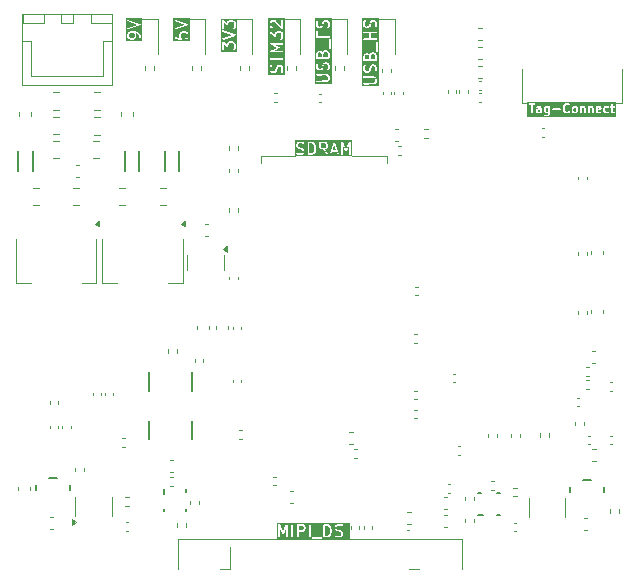
<source format=gbr>
%TF.GenerationSoftware,KiCad,Pcbnew,8.0.1*%
%TF.CreationDate,2024-04-17T21:00:08+02:00*%
%TF.ProjectId,STM32_Dev_Board,53544d33-325f-4446-9576-5f426f617264,rev?*%
%TF.SameCoordinates,Original*%
%TF.FileFunction,Legend,Top*%
%TF.FilePolarity,Positive*%
%FSLAX46Y46*%
G04 Gerber Fmt 4.6, Leading zero omitted, Abs format (unit mm)*
G04 Created by KiCad (PCBNEW 8.0.1) date 2024-04-17 21:00:08*
%MOMM*%
%LPD*%
G01*
G04 APERTURE LIST*
%ADD10C,0.120000*%
%ADD11C,0.150000*%
%ADD12C,0.127000*%
%ADD13C,0.177800*%
G04 APERTURE END LIST*
D10*
X231600000Y-62225000D02*
X231600000Y-59375000D01*
X231600000Y-62225000D02*
X231100000Y-62225000D01*
X223625000Y-62225000D02*
X223125000Y-62225000D01*
X223125000Y-62225000D02*
X223125000Y-59375000D01*
D11*
G36*
X225348873Y-62657004D02*
G01*
X225349653Y-62993640D01*
X225336326Y-63000559D01*
X225228827Y-63001543D01*
X225184020Y-62979987D01*
X225164689Y-62961492D01*
X225141441Y-62916715D01*
X225140315Y-62737900D01*
X225161967Y-62692893D01*
X225180461Y-62673562D01*
X225225327Y-62650268D01*
X225332825Y-62649284D01*
X225348873Y-62657004D01*
G37*
G36*
X224664304Y-62864111D02*
G01*
X224670753Y-62863652D01*
X224671212Y-62993572D01*
X224657807Y-63000532D01*
X224514660Y-63001600D01*
X224479655Y-62984759D01*
X224462699Y-62952101D01*
X224462090Y-62915752D01*
X224478623Y-62881385D01*
X224510989Y-62864581D01*
X224662329Y-62863452D01*
X224664304Y-62864111D01*
G37*
G36*
X227699059Y-62670840D02*
G01*
X227718392Y-62689335D01*
X227741639Y-62734111D01*
X227742765Y-62912927D01*
X227721113Y-62957933D01*
X227702618Y-62977265D01*
X227657669Y-63000603D01*
X227585784Y-63001454D01*
X227541162Y-62979987D01*
X227521831Y-62961492D01*
X227498583Y-62916715D01*
X227497457Y-62737900D01*
X227519109Y-62692893D01*
X227537603Y-62673562D01*
X227582553Y-62650224D01*
X227654438Y-62649373D01*
X227699059Y-62670840D01*
G37*
G36*
X229724852Y-62666067D02*
G01*
X229738972Y-62693261D01*
X229533277Y-62735215D01*
X229533119Y-62702291D01*
X229550049Y-62667099D01*
X229582468Y-62650268D01*
X229689966Y-62649284D01*
X229724852Y-62666067D01*
G37*
G36*
X231116287Y-63483747D02*
G01*
X223588220Y-63483747D01*
X223588220Y-62340046D01*
X223671553Y-62340046D01*
X223682752Y-62367082D01*
X223703444Y-62387774D01*
X223730480Y-62398973D01*
X223745112Y-62400414D01*
X223884538Y-62399960D01*
X223885839Y-63090046D01*
X223897038Y-63117082D01*
X223917730Y-63137774D01*
X223944766Y-63148973D01*
X223974030Y-63148973D01*
X224001066Y-63137774D01*
X224021758Y-63117082D01*
X224032957Y-63090046D01*
X224034398Y-63075414D01*
X224034061Y-62896842D01*
X224312970Y-62896842D01*
X224313987Y-62957604D01*
X224313559Y-62958890D01*
X224314147Y-62967174D01*
X224314411Y-62982903D01*
X224315442Y-62985392D01*
X224315633Y-62988080D01*
X224320888Y-63001812D01*
X224356166Y-63069759D01*
X224358527Y-63076842D01*
X224361806Y-63080623D01*
X224364434Y-63085684D01*
X224371538Y-63091845D01*
X224377700Y-63098950D01*
X224385105Y-63103611D01*
X224386542Y-63104857D01*
X224387695Y-63105241D01*
X224390143Y-63106782D01*
X224452406Y-63136735D01*
X224453445Y-63137774D01*
X224461505Y-63141112D01*
X224475304Y-63147751D01*
X224477991Y-63147941D01*
X224480481Y-63148973D01*
X224495113Y-63150414D01*
X224662328Y-63149166D01*
X224664303Y-63149825D01*
X224674884Y-63149073D01*
X224688316Y-63148973D01*
X224690805Y-63147941D01*
X224693493Y-63147751D01*
X224707225Y-63142496D01*
X224710606Y-63140740D01*
X224730481Y-63148973D01*
X224759745Y-63148973D01*
X224786781Y-63137774D01*
X224807473Y-63117082D01*
X224818672Y-63090046D01*
X224820113Y-63075414D01*
X224819014Y-62764892D01*
X224819524Y-62763365D01*
X224818982Y-62755748D01*
X224818849Y-62718271D01*
X224991541Y-62718271D01*
X224992817Y-62921112D01*
X224992130Y-62923176D01*
X224992898Y-62933998D01*
X224992982Y-62947189D01*
X224994013Y-62949678D01*
X224994204Y-62952366D01*
X224999459Y-62966098D01*
X225036464Y-63037372D01*
X225039894Y-63045652D01*
X225042261Y-63048536D01*
X225043005Y-63049969D01*
X225044503Y-63051268D01*
X225049221Y-63057017D01*
X225086797Y-63092968D01*
X225091985Y-63098950D01*
X225095096Y-63100908D01*
X225096300Y-63102060D01*
X225098130Y-63102818D01*
X225104428Y-63106782D01*
X225166691Y-63136735D01*
X225167730Y-63137774D01*
X225175790Y-63141112D01*
X225189589Y-63147751D01*
X225192276Y-63147941D01*
X225194766Y-63148973D01*
X225209398Y-63150414D01*
X225341027Y-63149209D01*
X225342874Y-63149825D01*
X225350014Y-63149317D01*
X225350044Y-63162645D01*
X225328256Y-63207933D01*
X225309760Y-63227267D01*
X225264812Y-63250603D01*
X225192928Y-63251454D01*
X225122064Y-63217363D01*
X225092874Y-63215289D01*
X225065113Y-63224543D01*
X225043005Y-63243716D01*
X225029918Y-63269891D01*
X225027844Y-63299081D01*
X225037098Y-63326842D01*
X225056271Y-63348950D01*
X225068714Y-63356782D01*
X225130977Y-63386735D01*
X225132016Y-63387774D01*
X225140076Y-63391112D01*
X225153875Y-63397751D01*
X225156562Y-63397941D01*
X225159052Y-63398973D01*
X225173684Y-63400414D01*
X225269799Y-63399276D01*
X225271445Y-63399825D01*
X225281034Y-63399143D01*
X225295458Y-63398973D01*
X225297947Y-63397941D01*
X225300635Y-63397751D01*
X225314367Y-63392496D01*
X225385640Y-63355491D01*
X225393924Y-63352060D01*
X225396807Y-63349693D01*
X225398239Y-63348950D01*
X225399537Y-63347452D01*
X225405289Y-63342732D01*
X225441235Y-63305158D01*
X225447218Y-63299970D01*
X225449178Y-63296855D01*
X225450330Y-63295652D01*
X225451087Y-63293823D01*
X225455051Y-63287527D01*
X225485004Y-63225264D01*
X225486044Y-63224225D01*
X225489386Y-63216155D01*
X225496020Y-63202367D01*
X225496210Y-63199680D01*
X225497243Y-63197189D01*
X225498684Y-63182557D01*
X225497807Y-62804332D01*
X225707267Y-62804332D01*
X225718466Y-62831368D01*
X225739158Y-62852060D01*
X225766194Y-62863259D01*
X225780826Y-62864700D01*
X226366887Y-62863259D01*
X226393923Y-62852060D01*
X226414615Y-62831368D01*
X226425814Y-62804332D01*
X226425814Y-62775068D01*
X226414615Y-62748032D01*
X226393923Y-62727340D01*
X226366887Y-62716141D01*
X226352255Y-62714700D01*
X225766194Y-62716141D01*
X225739158Y-62727340D01*
X225718466Y-62748032D01*
X225707267Y-62775068D01*
X225707267Y-62804332D01*
X225497807Y-62804332D01*
X225497442Y-62646842D01*
X226598683Y-62646842D01*
X226599903Y-62750022D01*
X226598772Y-62757630D01*
X226600100Y-62766616D01*
X226600124Y-62768617D01*
X226600547Y-62769638D01*
X226600922Y-62772175D01*
X226636550Y-62909484D01*
X226637060Y-62916651D01*
X226641254Y-62927611D01*
X226641583Y-62928878D01*
X226641905Y-62929313D01*
X226642315Y-62930383D01*
X226679321Y-63001660D01*
X226682751Y-63009939D01*
X226685116Y-63012821D01*
X226685861Y-63014255D01*
X226687359Y-63015554D01*
X226692078Y-63021304D01*
X226756537Y-63084177D01*
X226757290Y-63085683D01*
X226764425Y-63091871D01*
X226774872Y-63102061D01*
X226777364Y-63103093D01*
X226779398Y-63104857D01*
X226792823Y-63110851D01*
X226900132Y-63145278D01*
X226909051Y-63148973D01*
X226912797Y-63149341D01*
X226914303Y-63149825D01*
X226916277Y-63149684D01*
X226923683Y-63150414D01*
X226995791Y-63149206D01*
X227004491Y-63149825D01*
X227008118Y-63149000D01*
X227009743Y-63148973D01*
X227011574Y-63148214D01*
X227018828Y-63146565D01*
X227115109Y-63113259D01*
X227116886Y-63113259D01*
X227125890Y-63109529D01*
X227139397Y-63104857D01*
X227141432Y-63103091D01*
X227143923Y-63102060D01*
X227155288Y-63092732D01*
X227200329Y-63045652D01*
X227211527Y-63018615D01*
X227211527Y-62989352D01*
X227200328Y-62962316D01*
X227179635Y-62941624D01*
X227152598Y-62930426D01*
X227123336Y-62930426D01*
X227096299Y-62941625D01*
X227084934Y-62950953D01*
X227062937Y-62973945D01*
X226985981Y-63000566D01*
X226938364Y-63001364D01*
X226858308Y-62975680D01*
X226807952Y-62926563D01*
X226781239Y-62875112D01*
X226748629Y-62749435D01*
X226748260Y-62718271D01*
X227348683Y-62718271D01*
X227349959Y-62921112D01*
X227349272Y-62923176D01*
X227350040Y-62933998D01*
X227350124Y-62947189D01*
X227351155Y-62949678D01*
X227351346Y-62952366D01*
X227356601Y-62966098D01*
X227393606Y-63037372D01*
X227397036Y-63045652D01*
X227399403Y-63048536D01*
X227400147Y-63049969D01*
X227401645Y-63051268D01*
X227406363Y-63057017D01*
X227443939Y-63092968D01*
X227449127Y-63098950D01*
X227452238Y-63100908D01*
X227453442Y-63102060D01*
X227455272Y-63102818D01*
X227461570Y-63106782D01*
X227523833Y-63136735D01*
X227524872Y-63137774D01*
X227532932Y-63141112D01*
X227546731Y-63147751D01*
X227549418Y-63147941D01*
X227551908Y-63148973D01*
X227566540Y-63150414D01*
X227662656Y-63149276D01*
X227664302Y-63149825D01*
X227673891Y-63149143D01*
X227688315Y-63148973D01*
X227690804Y-63147941D01*
X227693492Y-63147751D01*
X227707224Y-63142496D01*
X227778500Y-63105488D01*
X227786779Y-63102060D01*
X227789661Y-63099694D01*
X227791095Y-63098950D01*
X227792394Y-63097451D01*
X227798144Y-63092733D01*
X227834091Y-63055158D01*
X227840076Y-63049969D01*
X227842035Y-63046855D01*
X227843187Y-63045652D01*
X227843944Y-63043822D01*
X227847908Y-63037526D01*
X227877861Y-62975263D01*
X227878900Y-62974225D01*
X227882239Y-62966163D01*
X227888877Y-62952366D01*
X227889067Y-62949678D01*
X227890099Y-62947189D01*
X227891540Y-62932557D01*
X227890263Y-62729715D01*
X227890951Y-62727652D01*
X227890182Y-62716829D01*
X227890099Y-62703639D01*
X227889067Y-62701149D01*
X227888877Y-62698462D01*
X227883622Y-62684731D01*
X227846617Y-62613457D01*
X227843186Y-62605173D01*
X227840819Y-62602289D01*
X227840076Y-62600858D01*
X227838578Y-62599559D01*
X227833858Y-62593808D01*
X227814631Y-62575414D01*
X228062968Y-62575414D01*
X228064409Y-63090046D01*
X228075608Y-63117082D01*
X228096300Y-63137774D01*
X228123336Y-63148973D01*
X228152600Y-63148973D01*
X228179636Y-63137774D01*
X228200328Y-63117082D01*
X228211527Y-63090046D01*
X228212968Y-63075414D01*
X228211855Y-62678076D01*
X228216174Y-62673562D01*
X228261124Y-62650224D01*
X228333009Y-62649373D01*
X228367710Y-62666067D01*
X228384452Y-62698312D01*
X228385838Y-63090046D01*
X228397037Y-63117082D01*
X228417729Y-63137774D01*
X228444765Y-63148973D01*
X228474029Y-63148973D01*
X228501065Y-63137774D01*
X228521757Y-63117082D01*
X228532956Y-63090046D01*
X228534397Y-63075414D01*
X228533048Y-62694214D01*
X228533808Y-62691937D01*
X228533000Y-62680575D01*
X228532956Y-62667925D01*
X228531925Y-62665436D01*
X228531734Y-62662747D01*
X228526479Y-62649015D01*
X228491200Y-62581071D01*
X228489315Y-62575414D01*
X228741539Y-62575414D01*
X228742980Y-63090046D01*
X228754179Y-63117082D01*
X228774871Y-63137774D01*
X228801907Y-63148973D01*
X228831171Y-63148973D01*
X228858207Y-63137774D01*
X228878899Y-63117082D01*
X228890098Y-63090046D01*
X228891539Y-63075414D01*
X228890426Y-62678076D01*
X228894745Y-62673562D01*
X228939695Y-62650224D01*
X229011580Y-62649373D01*
X229046281Y-62666067D01*
X229063023Y-62698312D01*
X229064409Y-63090046D01*
X229075608Y-63117082D01*
X229096300Y-63137774D01*
X229123336Y-63148973D01*
X229152600Y-63148973D01*
X229179636Y-63137774D01*
X229200328Y-63117082D01*
X229211527Y-63090046D01*
X229212968Y-63075414D01*
X229212084Y-62825492D01*
X229384396Y-62825492D01*
X229385098Y-62829005D01*
X229385711Y-62956711D01*
X229384985Y-62958890D01*
X229385775Y-62970010D01*
X229385837Y-62982903D01*
X229386868Y-62985392D01*
X229387059Y-62988080D01*
X229392314Y-63001812D01*
X229427592Y-63069759D01*
X229429953Y-63076842D01*
X229433232Y-63080623D01*
X229435860Y-63085684D01*
X229442964Y-63091845D01*
X229449126Y-63098950D01*
X229456531Y-63103611D01*
X229457968Y-63104857D01*
X229459121Y-63105241D01*
X229461569Y-63106782D01*
X229523832Y-63136735D01*
X229524871Y-63137774D01*
X229532931Y-63141112D01*
X229546730Y-63147751D01*
X229549417Y-63147941D01*
X229551907Y-63148973D01*
X229566539Y-63150414D01*
X229698168Y-63149209D01*
X229700015Y-63149825D01*
X229710229Y-63149099D01*
X229724028Y-63148973D01*
X229726517Y-63147941D01*
X229729205Y-63147751D01*
X229742937Y-63142496D01*
X229826808Y-63098950D01*
X229845981Y-63076842D01*
X229855235Y-63049081D01*
X229853161Y-63019891D01*
X229840074Y-62993716D01*
X229817966Y-62974543D01*
X229790205Y-62965289D01*
X229761015Y-62967363D01*
X229747283Y-62972618D01*
X229693466Y-63000559D01*
X229585968Y-63001543D01*
X229551081Y-62984759D01*
X229534320Y-62952476D01*
X229534004Y-62886740D01*
X229824240Y-62827544D01*
X229831171Y-62827544D01*
X229837893Y-62824759D01*
X229845313Y-62823246D01*
X229851418Y-62819156D01*
X229858207Y-62816345D01*
X229863457Y-62811094D01*
X229869628Y-62806962D01*
X229873704Y-62800848D01*
X229878899Y-62795653D01*
X229881740Y-62788793D01*
X229885860Y-62782614D01*
X229887286Y-62775405D01*
X229890098Y-62768617D01*
X229891539Y-62753985D01*
X229891537Y-62753913D01*
X229891539Y-62753907D01*
X229891537Y-62753899D01*
X229890940Y-62718271D01*
X230027253Y-62718271D01*
X230028529Y-62921112D01*
X230027842Y-62923176D01*
X230028610Y-62933998D01*
X230028694Y-62947189D01*
X230029725Y-62949678D01*
X230029916Y-62952366D01*
X230035171Y-62966098D01*
X230072176Y-63037372D01*
X230075606Y-63045652D01*
X230077973Y-63048536D01*
X230078717Y-63049969D01*
X230080215Y-63051268D01*
X230084933Y-63057017D01*
X230122509Y-63092968D01*
X230127697Y-63098950D01*
X230130808Y-63100908D01*
X230132012Y-63102060D01*
X230133842Y-63102818D01*
X230140140Y-63106782D01*
X230202403Y-63136735D01*
X230203442Y-63137774D01*
X230211502Y-63141112D01*
X230225301Y-63147751D01*
X230227988Y-63147941D01*
X230230478Y-63148973D01*
X230245110Y-63150414D01*
X230376739Y-63149209D01*
X230378586Y-63149825D01*
X230388800Y-63149099D01*
X230402599Y-63148973D01*
X230405088Y-63147941D01*
X230407776Y-63147751D01*
X230421508Y-63142496D01*
X230505380Y-63098950D01*
X230524553Y-63076842D01*
X230533807Y-63049081D01*
X230531733Y-63019891D01*
X230518646Y-62993716D01*
X230496539Y-62974543D01*
X230468777Y-62965289D01*
X230439587Y-62967363D01*
X230425856Y-62972618D01*
X230372038Y-63000559D01*
X230264539Y-63001543D01*
X230219732Y-62979987D01*
X230200401Y-62961492D01*
X230177153Y-62916715D01*
X230176027Y-62737900D01*
X230197679Y-62692893D01*
X230216173Y-62673562D01*
X230261039Y-62650268D01*
X230368537Y-62649284D01*
X230439587Y-62683465D01*
X230468777Y-62685539D01*
X230496539Y-62676285D01*
X230518646Y-62657112D01*
X230531733Y-62630937D01*
X230533807Y-62601747D01*
X230529907Y-62590046D01*
X230600122Y-62590046D01*
X230611321Y-62617082D01*
X230632013Y-62637774D01*
X230659049Y-62648973D01*
X230673681Y-62650414D01*
X230706535Y-62650256D01*
X230707207Y-62956507D01*
X230706413Y-62958890D01*
X230707237Y-62970498D01*
X230707265Y-62982903D01*
X230708296Y-62985392D01*
X230708487Y-62988080D01*
X230713742Y-63001812D01*
X230749020Y-63069759D01*
X230751381Y-63076842D01*
X230754660Y-63080623D01*
X230757288Y-63085684D01*
X230764392Y-63091845D01*
X230770554Y-63098950D01*
X230777959Y-63103611D01*
X230779396Y-63104857D01*
X230780549Y-63105241D01*
X230782997Y-63106782D01*
X230845260Y-63136735D01*
X230846299Y-63137774D01*
X230854359Y-63141112D01*
X230868158Y-63147751D01*
X230870845Y-63147941D01*
X230873335Y-63148973D01*
X230887967Y-63150414D01*
X230974027Y-63148973D01*
X231001063Y-63137774D01*
X231021755Y-63117082D01*
X231032954Y-63090046D01*
X231032954Y-63060782D01*
X231021755Y-63033746D01*
X231001063Y-63013054D01*
X230974027Y-63001855D01*
X230959395Y-63000414D01*
X230906877Y-63001293D01*
X230872509Y-62984759D01*
X230855789Y-62952556D01*
X230855125Y-62649543D01*
X230974027Y-62648973D01*
X231001063Y-62637774D01*
X231021755Y-62617082D01*
X231032954Y-62590046D01*
X231032954Y-62560782D01*
X231021755Y-62533746D01*
X231001063Y-62513054D01*
X230974027Y-62501855D01*
X230959395Y-62500414D01*
X230854799Y-62500915D01*
X230854383Y-62310782D01*
X230843184Y-62283746D01*
X230822492Y-62263054D01*
X230795456Y-62251855D01*
X230766192Y-62251855D01*
X230739156Y-62263054D01*
X230718464Y-62283746D01*
X230707265Y-62310782D01*
X230705824Y-62325414D01*
X230706210Y-62501628D01*
X230659049Y-62501855D01*
X230632013Y-62513054D01*
X230611321Y-62533746D01*
X230600122Y-62560782D01*
X230600122Y-62590046D01*
X230529907Y-62590046D01*
X230524553Y-62573986D01*
X230505380Y-62551878D01*
X230492937Y-62544046D01*
X230430673Y-62514092D01*
X230429635Y-62513054D01*
X230421574Y-62509715D01*
X230407776Y-62503077D01*
X230405088Y-62502886D01*
X230402599Y-62501855D01*
X230387967Y-62500414D01*
X230256337Y-62501618D01*
X230254491Y-62501003D01*
X230244276Y-62501728D01*
X230230478Y-62501855D01*
X230227988Y-62502886D01*
X230225301Y-62503077D01*
X230211570Y-62508332D01*
X230140293Y-62545337D01*
X230132013Y-62548768D01*
X230129130Y-62551133D01*
X230127697Y-62551878D01*
X230126397Y-62553376D01*
X230120648Y-62558095D01*
X230084701Y-62595667D01*
X230078717Y-62600858D01*
X230076756Y-62603972D01*
X230075607Y-62605174D01*
X230074849Y-62607001D01*
X230070885Y-62613301D01*
X230040931Y-62675564D01*
X230039893Y-62676603D01*
X230036554Y-62684663D01*
X230029916Y-62698462D01*
X230029725Y-62701149D01*
X230028694Y-62703639D01*
X230027253Y-62718271D01*
X229890940Y-62718271D01*
X229890521Y-62693222D01*
X229890950Y-62691937D01*
X229890361Y-62683651D01*
X229890098Y-62667925D01*
X229889067Y-62665436D01*
X229888876Y-62662747D01*
X229883621Y-62649015D01*
X229848342Y-62581071D01*
X229845981Y-62573986D01*
X229842699Y-62570201D01*
X229840073Y-62565144D01*
X229832971Y-62558984D01*
X229826808Y-62551878D01*
X229819402Y-62547216D01*
X229817966Y-62545971D01*
X229816812Y-62545586D01*
X229814365Y-62544046D01*
X229752102Y-62514092D01*
X229751064Y-62513054D01*
X229743002Y-62509714D01*
X229729205Y-62503077D01*
X229726517Y-62502886D01*
X229724028Y-62501855D01*
X229709396Y-62500414D01*
X229577766Y-62501618D01*
X229575920Y-62501003D01*
X229565705Y-62501728D01*
X229551907Y-62501855D01*
X229549417Y-62502886D01*
X229546730Y-62503077D01*
X229532999Y-62508332D01*
X229465050Y-62543609D01*
X229457968Y-62545971D01*
X229454186Y-62549250D01*
X229449126Y-62551878D01*
X229442964Y-62558982D01*
X229435860Y-62565144D01*
X229431198Y-62572549D01*
X229429953Y-62573986D01*
X229429568Y-62575139D01*
X229428028Y-62577587D01*
X229398074Y-62639850D01*
X229397036Y-62640889D01*
X229393697Y-62648949D01*
X229387059Y-62662748D01*
X229386868Y-62665435D01*
X229385837Y-62667925D01*
X229384396Y-62682557D01*
X229385065Y-62822107D01*
X229384396Y-62825492D01*
X229212084Y-62825492D01*
X229211619Y-62694214D01*
X229212379Y-62691937D01*
X229211571Y-62680575D01*
X229211527Y-62667925D01*
X229210496Y-62665436D01*
X229210305Y-62662747D01*
X229205050Y-62649015D01*
X229169771Y-62581071D01*
X229167410Y-62573986D01*
X229164128Y-62570201D01*
X229161502Y-62565144D01*
X229154400Y-62558984D01*
X229148237Y-62551878D01*
X229140831Y-62547216D01*
X229139395Y-62545971D01*
X229138241Y-62545586D01*
X229135794Y-62544046D01*
X229073531Y-62514092D01*
X229072493Y-62513054D01*
X229064431Y-62509714D01*
X229050634Y-62503077D01*
X229047946Y-62502886D01*
X229045457Y-62501855D01*
X229030825Y-62500414D01*
X228934708Y-62501551D01*
X228933063Y-62501003D01*
X228923473Y-62501684D01*
X228909050Y-62501855D01*
X228906560Y-62502886D01*
X228903873Y-62503077D01*
X228890142Y-62508332D01*
X228866012Y-62520859D01*
X228858207Y-62513054D01*
X228831171Y-62501855D01*
X228801907Y-62501855D01*
X228774871Y-62513054D01*
X228754179Y-62533746D01*
X228742980Y-62560782D01*
X228741539Y-62575414D01*
X228489315Y-62575414D01*
X228488839Y-62573986D01*
X228485557Y-62570201D01*
X228482931Y-62565144D01*
X228475829Y-62558984D01*
X228469666Y-62551878D01*
X228462260Y-62547216D01*
X228460824Y-62545971D01*
X228459670Y-62545586D01*
X228457223Y-62544046D01*
X228394960Y-62514092D01*
X228393922Y-62513054D01*
X228385860Y-62509714D01*
X228372063Y-62503077D01*
X228369375Y-62502886D01*
X228366886Y-62501855D01*
X228352254Y-62500414D01*
X228256137Y-62501551D01*
X228254492Y-62501003D01*
X228244902Y-62501684D01*
X228230479Y-62501855D01*
X228227989Y-62502886D01*
X228225302Y-62503077D01*
X228211571Y-62508332D01*
X228187441Y-62520859D01*
X228179636Y-62513054D01*
X228152600Y-62501855D01*
X228123336Y-62501855D01*
X228096300Y-62513054D01*
X228075608Y-62533746D01*
X228064409Y-62560782D01*
X228062968Y-62575414D01*
X227814631Y-62575414D01*
X227796283Y-62557861D01*
X227791095Y-62551878D01*
X227787981Y-62549918D01*
X227786778Y-62548767D01*
X227784948Y-62548009D01*
X227778652Y-62544046D01*
X227716389Y-62514092D01*
X227715351Y-62513054D01*
X227707289Y-62509714D01*
X227693492Y-62503077D01*
X227690804Y-62502886D01*
X227688315Y-62501855D01*
X227673683Y-62500414D01*
X227577566Y-62501551D01*
X227575921Y-62501003D01*
X227566331Y-62501684D01*
X227551908Y-62501855D01*
X227549418Y-62502886D01*
X227546731Y-62503077D01*
X227533000Y-62508332D01*
X227461723Y-62545337D01*
X227453443Y-62548768D01*
X227450560Y-62551133D01*
X227449127Y-62551878D01*
X227447827Y-62553376D01*
X227442078Y-62558095D01*
X227406131Y-62595667D01*
X227400147Y-62600858D01*
X227398186Y-62603972D01*
X227397037Y-62605174D01*
X227396279Y-62607001D01*
X227392315Y-62613301D01*
X227362361Y-62675564D01*
X227361323Y-62676603D01*
X227357984Y-62684663D01*
X227351346Y-62698462D01*
X227351155Y-62701149D01*
X227350124Y-62703639D01*
X227348683Y-62718271D01*
X226748260Y-62718271D01*
X226747574Y-62660331D01*
X226777755Y-62534872D01*
X226804696Y-62478872D01*
X226855177Y-62427117D01*
X226932813Y-62400261D01*
X226980429Y-62399463D01*
X227060815Y-62425253D01*
X227096300Y-62459202D01*
X227123336Y-62470401D01*
X227152599Y-62470401D01*
X227179636Y-62459202D01*
X227200328Y-62438510D01*
X227211527Y-62411473D01*
X227211527Y-62382210D01*
X227200328Y-62355174D01*
X227191001Y-62343809D01*
X227161929Y-62315995D01*
X227161504Y-62315145D01*
X227156537Y-62310837D01*
X227143922Y-62298768D01*
X227141433Y-62297737D01*
X227139397Y-62295971D01*
X227125971Y-62289977D01*
X227018661Y-62255549D01*
X227009743Y-62251855D01*
X227005996Y-62251486D01*
X227004491Y-62251003D01*
X227002516Y-62251143D01*
X226995111Y-62250414D01*
X226923005Y-62251621D01*
X226914303Y-62251003D01*
X226910675Y-62251827D01*
X226909051Y-62251855D01*
X226907218Y-62252613D01*
X226899967Y-62254263D01*
X226803686Y-62287569D01*
X226801909Y-62287569D01*
X226792899Y-62291300D01*
X226779398Y-62295971D01*
X226777364Y-62297734D01*
X226774872Y-62298767D01*
X226763507Y-62308095D01*
X226692997Y-62380383D01*
X226685861Y-62386573D01*
X226683860Y-62389751D01*
X226682751Y-62390889D01*
X226681993Y-62392716D01*
X226678029Y-62399016D01*
X226645458Y-62466718D01*
X226641583Y-62471949D01*
X226637660Y-62482928D01*
X226637060Y-62484176D01*
X226637021Y-62484715D01*
X226636636Y-62485795D01*
X226603203Y-62624776D01*
X226600124Y-62632210D01*
X226599229Y-62641296D01*
X226598772Y-62643197D01*
X226598934Y-62644288D01*
X226598683Y-62646842D01*
X225497442Y-62646842D01*
X225497361Y-62612065D01*
X225498095Y-62601747D01*
X225497332Y-62599459D01*
X225497243Y-62560782D01*
X225486044Y-62533746D01*
X225465352Y-62513054D01*
X225438316Y-62501855D01*
X225409052Y-62501855D01*
X225387969Y-62510587D01*
X225385862Y-62509715D01*
X225372064Y-62503077D01*
X225369376Y-62502886D01*
X225366887Y-62501855D01*
X225352255Y-62500414D01*
X225220625Y-62501618D01*
X225218779Y-62501003D01*
X225208564Y-62501728D01*
X225194766Y-62501855D01*
X225192276Y-62502886D01*
X225189589Y-62503077D01*
X225175858Y-62508332D01*
X225104581Y-62545337D01*
X225096301Y-62548768D01*
X225093418Y-62551133D01*
X225091985Y-62551878D01*
X225090685Y-62553376D01*
X225084936Y-62558095D01*
X225048989Y-62595667D01*
X225043005Y-62600858D01*
X225041044Y-62603972D01*
X225039895Y-62605174D01*
X225039137Y-62607001D01*
X225035173Y-62613301D01*
X225005219Y-62675564D01*
X225004181Y-62676603D01*
X225000842Y-62684663D01*
X224994204Y-62698462D01*
X224994013Y-62701149D01*
X224992982Y-62703639D01*
X224991541Y-62718271D01*
X224818849Y-62718271D01*
X224818764Y-62694214D01*
X224819524Y-62691937D01*
X224818716Y-62680575D01*
X224818672Y-62667925D01*
X224817641Y-62665436D01*
X224817450Y-62662747D01*
X224812195Y-62649015D01*
X224776916Y-62581071D01*
X224774555Y-62573986D01*
X224771273Y-62570201D01*
X224768647Y-62565144D01*
X224761545Y-62558984D01*
X224755382Y-62551878D01*
X224747976Y-62547216D01*
X224746540Y-62545971D01*
X224745386Y-62545586D01*
X224742939Y-62544046D01*
X224680676Y-62514092D01*
X224679638Y-62513054D01*
X224671576Y-62509714D01*
X224657779Y-62503077D01*
X224655091Y-62502886D01*
X224652602Y-62501855D01*
X224637970Y-62500414D01*
X224506340Y-62501618D01*
X224504494Y-62501003D01*
X224494279Y-62501728D01*
X224480481Y-62501855D01*
X224477991Y-62502886D01*
X224475304Y-62503077D01*
X224461573Y-62508332D01*
X224377700Y-62551878D01*
X224358527Y-62573986D01*
X224349273Y-62601747D01*
X224351347Y-62630937D01*
X224364434Y-62657112D01*
X224386542Y-62676285D01*
X224414303Y-62685539D01*
X224443493Y-62683465D01*
X224457225Y-62678210D01*
X224511042Y-62650268D01*
X224618540Y-62649284D01*
X224653426Y-62666067D01*
X224670168Y-62698312D01*
X224670204Y-62708381D01*
X224657807Y-62714818D01*
X224506468Y-62715947D01*
X224504494Y-62715289D01*
X224493912Y-62716040D01*
X224480481Y-62716141D01*
X224477991Y-62717172D01*
X224475304Y-62717363D01*
X224461573Y-62722618D01*
X224393624Y-62757895D01*
X224386542Y-62760257D01*
X224382760Y-62763536D01*
X224377700Y-62766164D01*
X224371538Y-62773268D01*
X224364434Y-62779430D01*
X224359772Y-62786835D01*
X224358527Y-62788272D01*
X224358142Y-62789425D01*
X224356602Y-62791873D01*
X224326648Y-62854135D01*
X224325610Y-62855174D01*
X224322270Y-62863235D01*
X224315633Y-62877033D01*
X224315442Y-62879720D01*
X224314411Y-62882210D01*
X224312970Y-62896842D01*
X224034061Y-62896842D01*
X224033124Y-62399477D01*
X224188316Y-62398973D01*
X224215352Y-62387774D01*
X224236044Y-62367082D01*
X224247243Y-62340046D01*
X224247243Y-62310782D01*
X224236044Y-62283746D01*
X224215352Y-62263054D01*
X224188316Y-62251855D01*
X224173684Y-62250414D01*
X223730480Y-62251855D01*
X223703444Y-62263054D01*
X223682752Y-62283746D01*
X223671553Y-62310782D01*
X223671553Y-62340046D01*
X223588220Y-62340046D01*
X223588220Y-62167081D01*
X231116287Y-62167081D01*
X231116287Y-63483747D01*
G37*
D10*
X211675000Y-67365625D02*
X211675000Y-66725000D01*
X201050000Y-67365625D02*
X201050000Y-66725000D01*
X211675000Y-66725000D02*
X208775000Y-66725000D01*
X201050000Y-66725000D02*
X203900000Y-66725000D01*
D11*
G36*
X205408108Y-65711290D02*
G01*
X205482317Y-65784080D01*
X205521008Y-65859215D01*
X205565626Y-66032645D01*
X205566768Y-66157417D01*
X205524742Y-66330540D01*
X205486017Y-66410350D01*
X205411740Y-66486076D01*
X205298661Y-66524867D01*
X205144054Y-66525749D01*
X205142845Y-65674398D01*
X205291512Y-65673551D01*
X205408108Y-65711290D01*
G37*
G36*
X206498946Y-65706871D02*
G01*
X206530273Y-65737115D01*
X206565731Y-65805972D01*
X206566716Y-65913604D01*
X206533536Y-65981985D01*
X206503291Y-66013313D01*
X206434603Y-66048684D01*
X206308452Y-66049144D01*
X206305630Y-66048646D01*
X206303296Y-66049162D01*
X206143378Y-66049745D01*
X206142845Y-65674550D01*
X206430179Y-65673503D01*
X206498946Y-65706871D01*
G37*
G36*
X207394698Y-66239406D02*
G01*
X207124658Y-66240199D01*
X207259203Y-65834742D01*
X207394698Y-66239406D01*
G37*
G36*
X208779080Y-66785930D02*
G01*
X203883049Y-66785930D01*
X203883049Y-65790295D01*
X203994160Y-65790295D01*
X203995265Y-65874601D01*
X203994749Y-65876152D01*
X203995407Y-65885421D01*
X203995601Y-65900165D01*
X203996632Y-65902654D01*
X203996823Y-65905342D01*
X204002078Y-65919074D01*
X204050770Y-66013630D01*
X204054419Y-66022439D01*
X204056801Y-66025341D01*
X204057529Y-66026755D01*
X204059027Y-66028054D01*
X204063746Y-66033804D01*
X204112781Y-66081145D01*
X204118414Y-66087640D01*
X204121559Y-66089619D01*
X204122730Y-66090750D01*
X204124557Y-66091507D01*
X204130857Y-66095472D01*
X204222089Y-66139740D01*
X204227600Y-66143823D01*
X204238615Y-66147758D01*
X204239826Y-66148346D01*
X204240366Y-66148384D01*
X204241446Y-66148770D01*
X204418929Y-66191854D01*
X204498946Y-66230680D01*
X204530273Y-66260924D01*
X204565795Y-66329905D01*
X204566584Y-66390066D01*
X204533536Y-66458175D01*
X204503290Y-66489504D01*
X204434540Y-66524907D01*
X204227759Y-66526086D01*
X204078540Y-66477789D01*
X204049350Y-66479864D01*
X204023177Y-66492950D01*
X204004003Y-66515057D01*
X203994749Y-66542820D01*
X203996824Y-66572010D01*
X204009910Y-66598183D01*
X204032017Y-66617357D01*
X204045443Y-66623351D01*
X204188024Y-66669500D01*
X204197385Y-66673378D01*
X204201148Y-66673748D01*
X204202636Y-66674230D01*
X204204610Y-66674089D01*
X204212017Y-66674819D01*
X204438621Y-66673526D01*
X204440731Y-66674230D01*
X204451673Y-66673452D01*
X204464744Y-66673378D01*
X204467233Y-66672346D01*
X204469921Y-66672156D01*
X204483653Y-66666901D01*
X204578207Y-66618209D01*
X204587018Y-66614560D01*
X204589920Y-66612177D01*
X204591334Y-66611450D01*
X204592634Y-66609950D01*
X204598384Y-66605232D01*
X204645725Y-66556195D01*
X204652219Y-66550564D01*
X204654198Y-66547418D01*
X204655330Y-66546247D01*
X204656087Y-66544417D01*
X204660051Y-66538121D01*
X204701726Y-66452231D01*
X204702948Y-66451010D01*
X204706617Y-66442150D01*
X204712925Y-66429152D01*
X204713116Y-66426462D01*
X204714147Y-66423974D01*
X204715588Y-66409342D01*
X204714482Y-66325034D01*
X204714999Y-66323484D01*
X204714340Y-66314213D01*
X204714147Y-66299472D01*
X204713116Y-66296983D01*
X204712925Y-66294294D01*
X204707670Y-66280563D01*
X204658978Y-66186008D01*
X204655329Y-66177198D01*
X204652946Y-66174295D01*
X204652219Y-66172882D01*
X204650720Y-66171582D01*
X204646002Y-66165833D01*
X204596966Y-66118491D01*
X204591334Y-66111997D01*
X204588188Y-66110017D01*
X204587018Y-66108887D01*
X204585190Y-66108129D01*
X204578891Y-66104165D01*
X204487659Y-66059898D01*
X204482148Y-66055814D01*
X204471128Y-66051876D01*
X204469921Y-66051291D01*
X204469381Y-66051252D01*
X204468302Y-66050867D01*
X204290818Y-66007782D01*
X204210802Y-65968957D01*
X204179474Y-65938712D01*
X204143952Y-65869731D01*
X204143163Y-65809570D01*
X204176212Y-65741460D01*
X204206456Y-65710133D01*
X204275207Y-65674730D01*
X204481988Y-65673551D01*
X204631207Y-65721849D01*
X204660397Y-65719774D01*
X204686571Y-65706688D01*
X204705745Y-65684580D01*
X204714999Y-65656818D01*
X204712924Y-65627628D01*
X204699837Y-65601455D01*
X204697951Y-65599819D01*
X204994160Y-65599819D01*
X204995601Y-66614451D01*
X205006800Y-66641487D01*
X205027492Y-66662179D01*
X205054528Y-66673378D01*
X205069160Y-66674819D01*
X205305929Y-66673468D01*
X205316635Y-66674230D01*
X205320343Y-66673386D01*
X205321887Y-66673378D01*
X205323718Y-66672619D01*
X205330972Y-66670970D01*
X205462762Y-66625759D01*
X205464744Y-66625759D01*
X205474296Y-66621802D01*
X205487254Y-66617357D01*
X205489289Y-66615591D01*
X205491780Y-66614560D01*
X205503145Y-66605233D01*
X205597077Y-66509468D01*
X205604600Y-66502945D01*
X205606612Y-66499748D01*
X205607711Y-66498628D01*
X205608468Y-66496798D01*
X205612432Y-66490502D01*
X205656700Y-66399269D01*
X205660783Y-66393759D01*
X205664718Y-66382743D01*
X205665306Y-66381533D01*
X205665344Y-66380992D01*
X205665730Y-66379913D01*
X205710970Y-66193547D01*
X205714147Y-66185879D01*
X205715044Y-66176764D01*
X205715499Y-66174893D01*
X205715336Y-66173800D01*
X205715588Y-66171247D01*
X205714320Y-66032667D01*
X205715499Y-66024744D01*
X205714164Y-66015719D01*
X205714147Y-66013758D01*
X205713724Y-66012736D01*
X205713349Y-66010200D01*
X205665831Y-65825501D01*
X205665306Y-65818104D01*
X205661102Y-65807121D01*
X205660783Y-65805878D01*
X205660460Y-65805442D01*
X205660051Y-65804373D01*
X205611362Y-65709823D01*
X205607711Y-65701008D01*
X205605326Y-65698102D01*
X205604600Y-65696692D01*
X205603103Y-65695393D01*
X205598383Y-65689643D01*
X205510212Y-65603158D01*
X205509361Y-65601455D01*
X205507475Y-65599819D01*
X205994160Y-65599819D01*
X205995601Y-66614451D01*
X206006800Y-66641487D01*
X206027492Y-66662179D01*
X206054528Y-66673378D01*
X206083792Y-66673378D01*
X206110828Y-66662179D01*
X206131520Y-66641487D01*
X206142719Y-66614451D01*
X206144160Y-66599819D01*
X206143589Y-66198356D01*
X206267812Y-66197904D01*
X206588717Y-66653989D01*
X206613396Y-66669716D01*
X206642213Y-66674802D01*
X206670784Y-66668472D01*
X206694758Y-66651690D01*
X206710485Y-66627012D01*
X206715570Y-66598194D01*
X206713852Y-66590439D01*
X206851892Y-66590439D01*
X206853967Y-66619629D01*
X206867053Y-66645802D01*
X206889160Y-66664976D01*
X206916923Y-66674230D01*
X206946113Y-66672155D01*
X206972286Y-66659069D01*
X206991460Y-66636962D01*
X206997454Y-66623536D01*
X207075299Y-66388946D01*
X207444405Y-66387862D01*
X207527812Y-66636961D01*
X207546986Y-66659068D01*
X207573159Y-66672155D01*
X207602349Y-66674230D01*
X207630111Y-66664976D01*
X207652219Y-66645802D01*
X207665305Y-66619628D01*
X207667380Y-66590438D01*
X207664120Y-66576102D01*
X207337229Y-65599819D01*
X207851303Y-65599819D01*
X207852744Y-66614451D01*
X207863943Y-66641487D01*
X207884635Y-66662179D01*
X207911671Y-66673378D01*
X207940935Y-66673378D01*
X207967971Y-66662179D01*
X207988663Y-66641487D01*
X207999862Y-66614451D01*
X208001303Y-66599819D01*
X208000358Y-65934441D01*
X208191733Y-66342619D01*
X208195506Y-66352993D01*
X208197742Y-66355435D01*
X208199166Y-66358471D01*
X208207575Y-66366171D01*
X208215270Y-66374574D01*
X208218288Y-66375982D01*
X208220747Y-66378234D01*
X208231459Y-66382129D01*
X208241788Y-66386950D01*
X208245116Y-66387096D01*
X208248248Y-66388235D01*
X208259642Y-66387734D01*
X208271024Y-66388234D01*
X208274152Y-66387096D01*
X208277484Y-66386950D01*
X208287819Y-66382126D01*
X208298525Y-66378234D01*
X208300980Y-66375984D01*
X208304002Y-66374575D01*
X208311703Y-66366164D01*
X208320106Y-66358470D01*
X208322589Y-66354277D01*
X208323766Y-66352993D01*
X208324426Y-66351177D01*
X208327600Y-66345820D01*
X208518444Y-65934943D01*
X208519410Y-66614451D01*
X208530609Y-66641487D01*
X208551301Y-66662179D01*
X208578337Y-66673378D01*
X208607601Y-66673378D01*
X208634637Y-66662179D01*
X208655329Y-66641487D01*
X208666528Y-66614451D01*
X208667969Y-66599819D01*
X208666550Y-65600923D01*
X208667099Y-65588431D01*
X208666530Y-65586867D01*
X208666528Y-65585187D01*
X208661546Y-65573160D01*
X208657099Y-65560930D01*
X208655969Y-65559696D01*
X208655329Y-65558151D01*
X208646129Y-65548951D01*
X208637335Y-65539348D01*
X208635818Y-65538640D01*
X208634637Y-65537459D01*
X208622624Y-65532482D01*
X208610817Y-65526973D01*
X208609144Y-65526899D01*
X208607601Y-65526260D01*
X208594595Y-65526260D01*
X208581581Y-65525688D01*
X208580008Y-65526260D01*
X208578337Y-65526260D01*
X208566318Y-65531238D01*
X208554080Y-65535689D01*
X208552846Y-65536819D01*
X208551301Y-65537459D01*
X208542102Y-65546657D01*
X208532499Y-65555452D01*
X208531323Y-65557436D01*
X208530609Y-65558151D01*
X208529932Y-65559784D01*
X208525005Y-65568102D01*
X208260101Y-66138422D01*
X207993402Y-65569592D01*
X207988663Y-65558151D01*
X207987486Y-65556974D01*
X207986773Y-65555453D01*
X207977176Y-65546664D01*
X207967971Y-65537459D01*
X207966425Y-65536818D01*
X207965192Y-65535689D01*
X207952961Y-65531241D01*
X207940935Y-65526260D01*
X207939261Y-65526260D01*
X207937691Y-65525689D01*
X207924690Y-65526260D01*
X207911671Y-65526260D01*
X207910126Y-65526899D01*
X207908455Y-65526973D01*
X207896656Y-65532479D01*
X207884635Y-65537459D01*
X207883452Y-65538641D01*
X207881937Y-65539349D01*
X207873148Y-65548945D01*
X207863943Y-65558151D01*
X207863302Y-65559696D01*
X207862173Y-65560930D01*
X207857725Y-65573160D01*
X207852744Y-65585187D01*
X207852517Y-65587482D01*
X207852173Y-65588431D01*
X207852250Y-65590197D01*
X207851303Y-65599819D01*
X207337229Y-65599819D01*
X207332342Y-65585223D01*
X207331972Y-65580010D01*
X207327808Y-65571683D01*
X207324793Y-65562676D01*
X207321281Y-65558627D01*
X207318886Y-65553836D01*
X207311782Y-65547674D01*
X207305619Y-65540569D01*
X207300825Y-65538172D01*
X207296778Y-65534662D01*
X207287856Y-65531688D01*
X207279446Y-65527483D01*
X207274101Y-65527103D01*
X207269016Y-65525408D01*
X207259636Y-65526074D01*
X207250256Y-65525408D01*
X207245170Y-65527103D01*
X207239826Y-65527483D01*
X207231418Y-65531687D01*
X207222493Y-65534662D01*
X207218442Y-65538175D01*
X207213653Y-65540570D01*
X207207494Y-65547670D01*
X207200386Y-65553836D01*
X207197989Y-65558629D01*
X207194479Y-65562677D01*
X207188485Y-65576102D01*
X206950310Y-66293850D01*
X206947982Y-66299472D01*
X206947982Y-66300867D01*
X206851892Y-66590439D01*
X206713852Y-66590439D01*
X206709241Y-66569623D01*
X206702031Y-66556810D01*
X206449174Y-66197439D01*
X206452072Y-66197233D01*
X206464744Y-66197187D01*
X206467233Y-66196155D01*
X206469921Y-66195965D01*
X206483653Y-66190710D01*
X206578209Y-66142017D01*
X206587018Y-66138369D01*
X206589920Y-66135986D01*
X206591334Y-66135259D01*
X206592633Y-66133760D01*
X206598383Y-66129042D01*
X206645724Y-66080006D01*
X206652219Y-66074374D01*
X206654198Y-66071228D01*
X206655329Y-66070058D01*
X206656086Y-66068230D01*
X206660051Y-66061931D01*
X206701726Y-65976041D01*
X206702948Y-65974820D01*
X206706617Y-65965960D01*
X206712925Y-65952962D01*
X206713116Y-65950272D01*
X206714147Y-65947784D01*
X206715588Y-65933152D01*
X206714383Y-65801521D01*
X206714999Y-65799675D01*
X206714273Y-65789460D01*
X206714147Y-65775663D01*
X206713116Y-65773174D01*
X206712925Y-65770485D01*
X206707670Y-65756754D01*
X206658978Y-65662199D01*
X206655329Y-65653389D01*
X206652946Y-65650486D01*
X206652219Y-65649073D01*
X206650720Y-65647773D01*
X206646002Y-65642024D01*
X206596966Y-65594682D01*
X206591334Y-65588188D01*
X206588188Y-65586208D01*
X206587018Y-65585078D01*
X206585190Y-65584320D01*
X206578891Y-65580356D01*
X206493002Y-65538681D01*
X206491780Y-65537459D01*
X206482914Y-65533786D01*
X206469921Y-65527482D01*
X206467233Y-65527291D01*
X206464744Y-65526260D01*
X206450112Y-65524819D01*
X206054528Y-65526260D01*
X206027492Y-65537459D01*
X206006800Y-65558151D01*
X205995601Y-65585187D01*
X205994160Y-65599819D01*
X205507475Y-65599819D01*
X205501718Y-65594826D01*
X205491780Y-65585078D01*
X205489289Y-65584046D01*
X205487254Y-65582281D01*
X205473829Y-65576287D01*
X205331250Y-65530138D01*
X205321887Y-65526260D01*
X205318121Y-65525889D01*
X205316635Y-65525408D01*
X205314660Y-65525548D01*
X205307255Y-65524819D01*
X205054528Y-65526260D01*
X205027492Y-65537459D01*
X205006800Y-65558151D01*
X204995601Y-65585187D01*
X204994160Y-65599819D01*
X204697951Y-65599819D01*
X204677730Y-65582281D01*
X204664305Y-65576287D01*
X204521726Y-65530138D01*
X204512363Y-65526260D01*
X204508597Y-65525889D01*
X204507111Y-65525408D01*
X204505136Y-65525548D01*
X204497731Y-65524819D01*
X204271125Y-65526111D01*
X204269016Y-65525408D01*
X204258073Y-65526185D01*
X204245004Y-65526260D01*
X204242515Y-65527290D01*
X204239826Y-65527482D01*
X204226095Y-65532737D01*
X204131540Y-65581428D01*
X204122730Y-65585078D01*
X204119827Y-65587460D01*
X204118414Y-65588188D01*
X204117114Y-65589686D01*
X204111365Y-65594405D01*
X204064023Y-65643440D01*
X204057529Y-65649073D01*
X204055549Y-65652218D01*
X204054419Y-65653389D01*
X204053661Y-65655216D01*
X204049697Y-65661516D01*
X204008022Y-65747404D01*
X204006800Y-65748627D01*
X204003127Y-65757492D01*
X203996823Y-65770486D01*
X203996632Y-65773173D01*
X203995601Y-65775663D01*
X203994160Y-65790295D01*
X203883049Y-65790295D01*
X203883049Y-65413708D01*
X208779080Y-65413708D01*
X208779080Y-66785930D01*
G37*
D10*
X218050000Y-101750000D02*
X218050000Y-99190000D01*
X208500000Y-99190000D02*
X218050000Y-99190000D01*
X193980000Y-101750000D02*
X193980000Y-99190000D01*
X193980000Y-99190000D02*
X202350000Y-99190000D01*
D11*
G36*
X206742869Y-98081290D02*
G01*
X206817078Y-98154080D01*
X206855769Y-98229215D01*
X206900387Y-98402645D01*
X206901529Y-98527417D01*
X206859503Y-98700540D01*
X206820778Y-98780350D01*
X206746501Y-98856076D01*
X206633422Y-98894867D01*
X206478815Y-98895749D01*
X206477606Y-98044398D01*
X206626273Y-98043551D01*
X206742869Y-98081290D01*
G37*
G36*
X204595612Y-98076871D02*
G01*
X204626939Y-98107115D01*
X204662397Y-98175972D01*
X204663382Y-98283604D01*
X204630202Y-98351985D01*
X204599957Y-98383313D01*
X204531269Y-98418684D01*
X204240044Y-98419745D01*
X204239511Y-98044550D01*
X204526845Y-98043503D01*
X204595612Y-98076871D01*
G37*
G36*
X208542413Y-99251168D02*
G01*
X202360668Y-99251168D01*
X202360668Y-99079689D01*
X205330362Y-99079689D01*
X205341561Y-99106725D01*
X205362253Y-99127417D01*
X205389289Y-99138616D01*
X205403921Y-99140057D01*
X206180457Y-99138616D01*
X206207493Y-99127417D01*
X206228185Y-99106725D01*
X206239384Y-99079689D01*
X206239384Y-99050425D01*
X206228185Y-99023389D01*
X206207493Y-99002697D01*
X206180457Y-98991498D01*
X206165825Y-98990057D01*
X205389289Y-98991498D01*
X205362253Y-99002697D01*
X205341561Y-99023389D01*
X205330362Y-99050425D01*
X205330362Y-99079689D01*
X202360668Y-99079689D01*
X202360668Y-97969819D01*
X202471779Y-97969819D01*
X202473220Y-98984451D01*
X202484419Y-99011487D01*
X202505111Y-99032179D01*
X202532147Y-99043378D01*
X202561411Y-99043378D01*
X202588447Y-99032179D01*
X202609139Y-99011487D01*
X202620338Y-98984451D01*
X202621779Y-98969819D01*
X202620834Y-98304441D01*
X202812209Y-98712619D01*
X202815982Y-98722993D01*
X202818218Y-98725435D01*
X202819642Y-98728471D01*
X202828051Y-98736171D01*
X202835746Y-98744574D01*
X202838764Y-98745982D01*
X202841223Y-98748234D01*
X202851935Y-98752129D01*
X202862264Y-98756950D01*
X202865592Y-98757096D01*
X202868724Y-98758235D01*
X202880118Y-98757734D01*
X202891500Y-98758234D01*
X202894628Y-98757096D01*
X202897960Y-98756950D01*
X202908295Y-98752126D01*
X202919001Y-98748234D01*
X202921456Y-98745984D01*
X202924478Y-98744575D01*
X202932179Y-98736164D01*
X202940582Y-98728470D01*
X202943065Y-98724277D01*
X202944242Y-98722993D01*
X202944902Y-98721177D01*
X202948076Y-98715820D01*
X203138920Y-98304943D01*
X203139886Y-98984451D01*
X203151085Y-99011487D01*
X203171777Y-99032179D01*
X203198813Y-99043378D01*
X203228077Y-99043378D01*
X203255113Y-99032179D01*
X203275805Y-99011487D01*
X203287004Y-98984451D01*
X203288445Y-98969819D01*
X203287026Y-97970923D01*
X203287075Y-97969819D01*
X203614636Y-97969819D01*
X203616077Y-98984451D01*
X203627276Y-99011487D01*
X203647968Y-99032179D01*
X203675004Y-99043378D01*
X203704268Y-99043378D01*
X203731304Y-99032179D01*
X203751996Y-99011487D01*
X203763195Y-98984451D01*
X203764636Y-98969819D01*
X203763216Y-97969819D01*
X204090826Y-97969819D01*
X204092267Y-98984451D01*
X204103466Y-99011487D01*
X204124158Y-99032179D01*
X204151194Y-99043378D01*
X204180458Y-99043378D01*
X204207494Y-99032179D01*
X204228186Y-99011487D01*
X204239385Y-98984451D01*
X204240826Y-98969819D01*
X204240255Y-98568356D01*
X204535128Y-98567282D01*
X204537397Y-98568039D01*
X204548738Y-98567233D01*
X204561410Y-98567187D01*
X204563899Y-98566155D01*
X204566587Y-98565965D01*
X204580319Y-98560710D01*
X204674875Y-98512017D01*
X204683684Y-98508369D01*
X204686586Y-98505986D01*
X204688000Y-98505259D01*
X204689299Y-98503760D01*
X204695049Y-98499042D01*
X204742390Y-98450006D01*
X204748885Y-98444374D01*
X204750864Y-98441228D01*
X204751995Y-98440058D01*
X204752752Y-98438230D01*
X204756717Y-98431931D01*
X204798392Y-98346041D01*
X204799614Y-98344820D01*
X204803283Y-98335960D01*
X204809591Y-98322962D01*
X204809782Y-98320272D01*
X204810813Y-98317784D01*
X204812254Y-98303152D01*
X204811049Y-98171521D01*
X204811665Y-98169675D01*
X204810939Y-98159460D01*
X204810813Y-98145663D01*
X204809782Y-98143174D01*
X204809591Y-98140485D01*
X204804336Y-98126754D01*
X204755644Y-98032199D01*
X204751995Y-98023389D01*
X204749612Y-98020486D01*
X204748885Y-98019073D01*
X204747386Y-98017773D01*
X204742668Y-98012024D01*
X204698953Y-97969819D01*
X205090826Y-97969819D01*
X205092267Y-98984451D01*
X205103466Y-99011487D01*
X205124158Y-99032179D01*
X205151194Y-99043378D01*
X205180458Y-99043378D01*
X205207494Y-99032179D01*
X205228186Y-99011487D01*
X205239385Y-98984451D01*
X205240826Y-98969819D01*
X205239406Y-97969819D01*
X206328921Y-97969819D01*
X206330362Y-98984451D01*
X206341561Y-99011487D01*
X206362253Y-99032179D01*
X206389289Y-99043378D01*
X206403921Y-99044819D01*
X206640690Y-99043468D01*
X206651396Y-99044230D01*
X206655104Y-99043386D01*
X206656648Y-99043378D01*
X206658479Y-99042619D01*
X206665733Y-99040970D01*
X206797523Y-98995759D01*
X206799505Y-98995759D01*
X206809057Y-98991802D01*
X206822015Y-98987357D01*
X206824050Y-98985591D01*
X206826541Y-98984560D01*
X206837906Y-98975233D01*
X206931838Y-98879468D01*
X206939361Y-98872945D01*
X206941373Y-98869748D01*
X206942472Y-98868628D01*
X206943229Y-98866798D01*
X206947193Y-98860502D01*
X206991461Y-98769269D01*
X206995544Y-98763759D01*
X206999479Y-98752743D01*
X207000067Y-98751533D01*
X207000105Y-98750992D01*
X207000491Y-98749913D01*
X207045731Y-98563547D01*
X207048908Y-98555879D01*
X207049805Y-98546764D01*
X207050260Y-98544893D01*
X207050097Y-98543800D01*
X207050349Y-98541247D01*
X207049081Y-98402667D01*
X207050260Y-98394744D01*
X207048925Y-98385719D01*
X207048908Y-98383758D01*
X207048485Y-98382736D01*
X207048110Y-98380200D01*
X207000592Y-98195501D01*
X207000067Y-98188104D01*
X206995863Y-98177121D01*
X206995544Y-98175878D01*
X206995221Y-98175442D01*
X206994812Y-98174373D01*
X206987562Y-98160295D01*
X207281302Y-98160295D01*
X207282407Y-98244601D01*
X207281891Y-98246152D01*
X207282549Y-98255421D01*
X207282743Y-98270165D01*
X207283774Y-98272654D01*
X207283965Y-98275342D01*
X207289220Y-98289074D01*
X207337912Y-98383630D01*
X207341561Y-98392439D01*
X207343943Y-98395341D01*
X207344671Y-98396755D01*
X207346169Y-98398054D01*
X207350888Y-98403804D01*
X207399923Y-98451145D01*
X207405556Y-98457640D01*
X207408701Y-98459619D01*
X207409872Y-98460750D01*
X207411699Y-98461507D01*
X207417999Y-98465472D01*
X207509231Y-98509740D01*
X207514742Y-98513823D01*
X207525757Y-98517758D01*
X207526968Y-98518346D01*
X207527508Y-98518384D01*
X207528588Y-98518770D01*
X207706071Y-98561854D01*
X207786088Y-98600680D01*
X207817415Y-98630924D01*
X207852937Y-98699905D01*
X207853726Y-98760066D01*
X207820678Y-98828175D01*
X207790432Y-98859504D01*
X207721682Y-98894907D01*
X207514901Y-98896086D01*
X207365682Y-98847789D01*
X207336492Y-98849864D01*
X207310319Y-98862950D01*
X207291145Y-98885057D01*
X207281891Y-98912820D01*
X207283966Y-98942010D01*
X207297052Y-98968183D01*
X207319159Y-98987357D01*
X207332585Y-98993351D01*
X207475166Y-99039500D01*
X207484527Y-99043378D01*
X207488290Y-99043748D01*
X207489778Y-99044230D01*
X207491752Y-99044089D01*
X207499159Y-99044819D01*
X207725763Y-99043526D01*
X207727873Y-99044230D01*
X207738815Y-99043452D01*
X207751886Y-99043378D01*
X207754375Y-99042346D01*
X207757063Y-99042156D01*
X207770795Y-99036901D01*
X207865349Y-98988209D01*
X207874160Y-98984560D01*
X207877062Y-98982177D01*
X207878476Y-98981450D01*
X207879776Y-98979950D01*
X207885526Y-98975232D01*
X207932867Y-98926195D01*
X207939361Y-98920564D01*
X207941340Y-98917418D01*
X207942472Y-98916247D01*
X207943229Y-98914417D01*
X207947193Y-98908121D01*
X207988868Y-98822231D01*
X207990090Y-98821010D01*
X207993759Y-98812150D01*
X208000067Y-98799152D01*
X208000258Y-98796462D01*
X208001289Y-98793974D01*
X208002730Y-98779342D01*
X208001624Y-98695034D01*
X208002141Y-98693484D01*
X208001482Y-98684213D01*
X208001289Y-98669472D01*
X208000258Y-98666983D01*
X208000067Y-98664294D01*
X207994812Y-98650563D01*
X207946120Y-98556008D01*
X207942471Y-98547198D01*
X207940088Y-98544295D01*
X207939361Y-98542882D01*
X207937862Y-98541582D01*
X207933144Y-98535833D01*
X207884108Y-98488491D01*
X207878476Y-98481997D01*
X207875330Y-98480017D01*
X207874160Y-98478887D01*
X207872332Y-98478129D01*
X207866033Y-98474165D01*
X207774801Y-98429898D01*
X207769290Y-98425814D01*
X207758270Y-98421876D01*
X207757063Y-98421291D01*
X207756523Y-98421252D01*
X207755444Y-98420867D01*
X207577960Y-98377782D01*
X207497944Y-98338957D01*
X207466616Y-98308712D01*
X207431094Y-98239731D01*
X207430305Y-98179570D01*
X207463354Y-98111460D01*
X207493598Y-98080133D01*
X207562349Y-98044730D01*
X207769130Y-98043551D01*
X207918349Y-98091849D01*
X207947539Y-98089774D01*
X207973713Y-98076688D01*
X207992887Y-98054580D01*
X208002141Y-98026818D01*
X208000066Y-97997628D01*
X207986979Y-97971455D01*
X207985093Y-97969819D01*
X208281302Y-97969819D01*
X208282743Y-98984451D01*
X208293942Y-99011487D01*
X208314634Y-99032179D01*
X208341670Y-99043378D01*
X208370934Y-99043378D01*
X208397970Y-99032179D01*
X208418662Y-99011487D01*
X208429861Y-98984451D01*
X208431302Y-98969819D01*
X208429861Y-97955187D01*
X208418662Y-97928151D01*
X208397970Y-97907459D01*
X208370934Y-97896260D01*
X208341670Y-97896260D01*
X208314634Y-97907459D01*
X208293942Y-97928151D01*
X208282743Y-97955187D01*
X208281302Y-97969819D01*
X207985093Y-97969819D01*
X207964872Y-97952281D01*
X207951447Y-97946287D01*
X207808868Y-97900138D01*
X207799505Y-97896260D01*
X207795739Y-97895889D01*
X207794253Y-97895408D01*
X207792278Y-97895548D01*
X207784873Y-97894819D01*
X207558267Y-97896111D01*
X207556158Y-97895408D01*
X207545215Y-97896185D01*
X207532146Y-97896260D01*
X207529657Y-97897290D01*
X207526968Y-97897482D01*
X207513237Y-97902737D01*
X207418682Y-97951428D01*
X207409872Y-97955078D01*
X207406969Y-97957460D01*
X207405556Y-97958188D01*
X207404256Y-97959686D01*
X207398507Y-97964405D01*
X207351165Y-98013440D01*
X207344671Y-98019073D01*
X207342691Y-98022218D01*
X207341561Y-98023389D01*
X207340803Y-98025216D01*
X207336839Y-98031516D01*
X207295164Y-98117404D01*
X207293942Y-98118627D01*
X207290269Y-98127492D01*
X207283965Y-98140486D01*
X207283774Y-98143173D01*
X207282743Y-98145663D01*
X207281302Y-98160295D01*
X206987562Y-98160295D01*
X206946123Y-98079823D01*
X206942472Y-98071008D01*
X206940087Y-98068102D01*
X206939361Y-98066692D01*
X206937864Y-98065393D01*
X206933144Y-98059643D01*
X206844973Y-97973158D01*
X206844122Y-97971455D01*
X206836479Y-97964826D01*
X206826541Y-97955078D01*
X206824050Y-97954046D01*
X206822015Y-97952281D01*
X206808590Y-97946287D01*
X206666011Y-97900138D01*
X206656648Y-97896260D01*
X206652882Y-97895889D01*
X206651396Y-97895408D01*
X206649421Y-97895548D01*
X206642016Y-97894819D01*
X206389289Y-97896260D01*
X206362253Y-97907459D01*
X206341561Y-97928151D01*
X206330362Y-97955187D01*
X206328921Y-97969819D01*
X205239406Y-97969819D01*
X205239385Y-97955187D01*
X205228186Y-97928151D01*
X205207494Y-97907459D01*
X205180458Y-97896260D01*
X205151194Y-97896260D01*
X205124158Y-97907459D01*
X205103466Y-97928151D01*
X205092267Y-97955187D01*
X205090826Y-97969819D01*
X204698953Y-97969819D01*
X204693632Y-97964682D01*
X204688000Y-97958188D01*
X204684854Y-97956208D01*
X204683684Y-97955078D01*
X204681856Y-97954320D01*
X204675557Y-97950356D01*
X204589668Y-97908681D01*
X204588446Y-97907459D01*
X204579580Y-97903786D01*
X204566587Y-97897482D01*
X204563899Y-97897291D01*
X204561410Y-97896260D01*
X204546778Y-97894819D01*
X204151194Y-97896260D01*
X204124158Y-97907459D01*
X204103466Y-97928151D01*
X204092267Y-97955187D01*
X204090826Y-97969819D01*
X203763216Y-97969819D01*
X203763195Y-97955187D01*
X203751996Y-97928151D01*
X203731304Y-97907459D01*
X203704268Y-97896260D01*
X203675004Y-97896260D01*
X203647968Y-97907459D01*
X203627276Y-97928151D01*
X203616077Y-97955187D01*
X203614636Y-97969819D01*
X203287075Y-97969819D01*
X203287575Y-97958431D01*
X203287006Y-97956867D01*
X203287004Y-97955187D01*
X203282022Y-97943160D01*
X203277575Y-97930930D01*
X203276445Y-97929696D01*
X203275805Y-97928151D01*
X203266605Y-97918951D01*
X203257811Y-97909348D01*
X203256294Y-97908640D01*
X203255113Y-97907459D01*
X203243100Y-97902482D01*
X203231293Y-97896973D01*
X203229620Y-97896899D01*
X203228077Y-97896260D01*
X203215071Y-97896260D01*
X203202057Y-97895688D01*
X203200484Y-97896260D01*
X203198813Y-97896260D01*
X203186794Y-97901238D01*
X203174556Y-97905689D01*
X203173322Y-97906819D01*
X203171777Y-97907459D01*
X203162578Y-97916657D01*
X203152975Y-97925452D01*
X203151799Y-97927436D01*
X203151085Y-97928151D01*
X203150408Y-97929784D01*
X203145481Y-97938102D01*
X202880577Y-98508422D01*
X202613878Y-97939592D01*
X202609139Y-97928151D01*
X202607962Y-97926974D01*
X202607249Y-97925453D01*
X202597652Y-97916664D01*
X202588447Y-97907459D01*
X202586901Y-97906818D01*
X202585668Y-97905689D01*
X202573437Y-97901241D01*
X202561411Y-97896260D01*
X202559737Y-97896260D01*
X202558167Y-97895689D01*
X202545166Y-97896260D01*
X202532147Y-97896260D01*
X202530602Y-97896899D01*
X202528931Y-97896973D01*
X202517132Y-97902479D01*
X202505111Y-97907459D01*
X202503928Y-97908641D01*
X202502413Y-97909349D01*
X202493624Y-97918945D01*
X202484419Y-97928151D01*
X202483778Y-97929696D01*
X202482649Y-97930930D01*
X202478201Y-97943160D01*
X202473220Y-97955187D01*
X202472993Y-97957482D01*
X202472649Y-97958431D01*
X202472726Y-97960197D01*
X202471779Y-97969819D01*
X202360668Y-97969819D01*
X202360668Y-97783708D01*
X208542413Y-97783708D01*
X208542413Y-99251168D01*
G37*
G36*
X210114367Y-58206463D02*
G01*
X210145694Y-58236707D01*
X210181073Y-58305410D01*
X210182082Y-58549068D01*
X209854513Y-58549534D01*
X209853520Y-58309784D01*
X209886871Y-58241052D01*
X209917115Y-58209725D01*
X209986096Y-58174203D01*
X210046257Y-58173414D01*
X210114367Y-58206463D01*
G37*
G36*
X210638176Y-58158844D02*
G01*
X210669504Y-58189089D01*
X210704875Y-58257776D01*
X210705933Y-58548324D01*
X210330701Y-58548857D01*
X210329694Y-58305773D01*
X210367566Y-58188767D01*
X210393305Y-58162106D01*
X210462162Y-58126648D01*
X210569794Y-58125663D01*
X210638176Y-58158844D01*
G37*
G36*
X211061168Y-60809331D02*
G01*
X209593708Y-60809331D01*
X209593708Y-60637852D01*
X209706260Y-60637852D01*
X209717459Y-60664888D01*
X209738151Y-60685580D01*
X209765187Y-60696779D01*
X209779819Y-60698220D01*
X210577543Y-60696825D01*
X210579961Y-60697631D01*
X210591648Y-60696800D01*
X210603974Y-60696779D01*
X210606463Y-60695747D01*
X210609151Y-60695557D01*
X210622883Y-60690302D01*
X210717435Y-60641611D01*
X210726247Y-60637962D01*
X210729151Y-60635578D01*
X210730564Y-60634851D01*
X210731863Y-60633352D01*
X210737612Y-60628635D01*
X210784953Y-60579599D01*
X210791450Y-60573966D01*
X210793429Y-60570820D01*
X210794560Y-60569650D01*
X210795317Y-60567822D01*
X210799282Y-60561523D01*
X210840957Y-60475633D01*
X210842179Y-60474412D01*
X210845848Y-60465552D01*
X210852156Y-60452554D01*
X210852347Y-60449864D01*
X210853378Y-60447376D01*
X210854819Y-60432744D01*
X210853560Y-60253655D01*
X210854230Y-60251648D01*
X210853471Y-60240975D01*
X210853378Y-60227636D01*
X210852347Y-60225147D01*
X210852156Y-60222458D01*
X210846901Y-60208727D01*
X210798209Y-60114172D01*
X210794560Y-60105362D01*
X210792177Y-60102459D01*
X210791450Y-60101046D01*
X210789950Y-60099745D01*
X210785232Y-60093996D01*
X210736195Y-60046654D01*
X210730564Y-60040161D01*
X210727418Y-60038181D01*
X210726247Y-60037050D01*
X210724417Y-60036292D01*
X210718121Y-60032329D01*
X210632232Y-59990654D01*
X210631010Y-59989432D01*
X210622144Y-59985759D01*
X210609151Y-59979455D01*
X210606463Y-59979264D01*
X210603974Y-59978233D01*
X210589342Y-59976792D01*
X209765187Y-59978233D01*
X209738151Y-59989432D01*
X209717459Y-60010124D01*
X209706260Y-60037160D01*
X209706260Y-60066424D01*
X209717459Y-60093460D01*
X209738151Y-60114152D01*
X209765187Y-60125351D01*
X209779819Y-60126792D01*
X210569274Y-60125411D01*
X210638176Y-60158844D01*
X210669504Y-60189089D01*
X210704928Y-60257879D01*
X210706018Y-60413048D01*
X210672767Y-60481577D01*
X210642521Y-60512904D01*
X210573890Y-60548247D01*
X209765187Y-60549661D01*
X209738151Y-60560860D01*
X209717459Y-60581552D01*
X209706260Y-60608588D01*
X209706260Y-60637852D01*
X209593708Y-60637852D01*
X209593708Y-59194649D01*
X209704819Y-59194649D01*
X209706111Y-59421253D01*
X209705408Y-59423363D01*
X209706185Y-59434305D01*
X209706260Y-59447376D01*
X209707291Y-59449865D01*
X209707482Y-59452553D01*
X209712737Y-59466285D01*
X209761429Y-59560841D01*
X209765078Y-59569650D01*
X209767460Y-59572552D01*
X209768188Y-59573966D01*
X209769686Y-59575265D01*
X209774405Y-59581015D01*
X209823440Y-59628356D01*
X209829073Y-59634851D01*
X209832218Y-59636830D01*
X209833389Y-59637961D01*
X209835216Y-59638718D01*
X209841516Y-59642683D01*
X209927405Y-59684358D01*
X209928627Y-59685580D01*
X209937486Y-59689249D01*
X209950485Y-59695557D01*
X209953174Y-59695748D01*
X209955663Y-59696779D01*
X209970295Y-59698220D01*
X210054601Y-59697114D01*
X210056152Y-59697631D01*
X210065421Y-59696972D01*
X210080165Y-59696779D01*
X210082654Y-59695747D01*
X210085342Y-59695557D01*
X210099074Y-59690302D01*
X210193630Y-59641609D01*
X210202439Y-59637961D01*
X210205341Y-59635578D01*
X210206755Y-59634851D01*
X210208054Y-59633352D01*
X210213804Y-59628634D01*
X210261145Y-59579598D01*
X210267640Y-59573966D01*
X210269619Y-59570820D01*
X210270750Y-59569650D01*
X210271507Y-59567822D01*
X210275472Y-59561523D01*
X210319740Y-59470290D01*
X210323823Y-59464780D01*
X210327758Y-59453764D01*
X210328346Y-59452554D01*
X210328384Y-59452013D01*
X210328770Y-59450934D01*
X210371854Y-59273450D01*
X210410680Y-59193433D01*
X210440924Y-59162106D01*
X210509905Y-59126584D01*
X210570066Y-59125795D01*
X210638176Y-59158844D01*
X210669504Y-59189089D01*
X210704907Y-59257839D01*
X210706086Y-59464620D01*
X210657789Y-59613840D01*
X210659864Y-59643030D01*
X210672950Y-59669203D01*
X210695057Y-59688377D01*
X210722820Y-59697631D01*
X210752010Y-59695556D01*
X210778183Y-59682470D01*
X210797357Y-59660363D01*
X210803351Y-59646937D01*
X210849500Y-59504355D01*
X210853378Y-59494995D01*
X210853748Y-59491231D01*
X210854230Y-59489744D01*
X210854089Y-59487769D01*
X210854819Y-59480363D01*
X210853526Y-59253757D01*
X210854230Y-59251648D01*
X210853452Y-59240705D01*
X210853378Y-59227636D01*
X210852347Y-59225147D01*
X210852156Y-59222458D01*
X210846901Y-59208727D01*
X210798209Y-59114172D01*
X210794560Y-59105362D01*
X210792177Y-59102459D01*
X210791450Y-59101046D01*
X210789950Y-59099745D01*
X210785232Y-59093996D01*
X210736195Y-59046654D01*
X210730564Y-59040161D01*
X210727418Y-59038181D01*
X210726247Y-59037050D01*
X210724417Y-59036292D01*
X210718121Y-59032329D01*
X210632232Y-58990654D01*
X210631010Y-58989432D01*
X210622144Y-58985759D01*
X210609151Y-58979455D01*
X210606463Y-58979264D01*
X210603974Y-58978233D01*
X210589342Y-58976792D01*
X210505034Y-58977897D01*
X210503484Y-58977381D01*
X210494213Y-58978039D01*
X210479472Y-58978233D01*
X210476983Y-58979263D01*
X210474294Y-58979455D01*
X210460563Y-58984710D01*
X210366008Y-59033401D01*
X210357198Y-59037051D01*
X210354295Y-59039433D01*
X210352882Y-59040161D01*
X210351582Y-59041659D01*
X210345833Y-59046378D01*
X210298491Y-59095413D01*
X210291997Y-59101046D01*
X210290017Y-59104191D01*
X210288887Y-59105362D01*
X210288129Y-59107189D01*
X210284165Y-59113489D01*
X210239898Y-59204720D01*
X210235814Y-59210232D01*
X210231876Y-59221251D01*
X210231291Y-59222459D01*
X210231252Y-59222998D01*
X210230867Y-59224078D01*
X210187782Y-59401561D01*
X210148957Y-59481577D01*
X210118712Y-59512905D01*
X210049731Y-59548427D01*
X209989570Y-59549216D01*
X209921461Y-59516168D01*
X209890133Y-59485923D01*
X209854730Y-59417172D01*
X209853551Y-59210391D01*
X209901849Y-59061173D01*
X209899774Y-59031983D01*
X209886688Y-59005809D01*
X209864580Y-58986635D01*
X209836818Y-58977381D01*
X209807628Y-58979456D01*
X209781455Y-58992543D01*
X209762281Y-59014650D01*
X209756287Y-59028075D01*
X209710138Y-59170653D01*
X209706260Y-59180017D01*
X209705889Y-59183782D01*
X209705408Y-59185269D01*
X209705548Y-59187243D01*
X209704819Y-59194649D01*
X209593708Y-59194649D01*
X209593708Y-58289887D01*
X209704819Y-58289887D01*
X209706260Y-58637852D01*
X209717459Y-58664888D01*
X209738151Y-58685580D01*
X209765187Y-58696779D01*
X209779819Y-58698220D01*
X210794451Y-58696779D01*
X210821487Y-58685580D01*
X210842179Y-58664888D01*
X210853378Y-58637852D01*
X210854819Y-58623220D01*
X210853473Y-58253916D01*
X210854230Y-58251648D01*
X210853424Y-58240306D01*
X210853378Y-58227636D01*
X210852347Y-58225147D01*
X210852156Y-58222458D01*
X210846901Y-58208727D01*
X210798209Y-58114172D01*
X210794560Y-58105362D01*
X210792177Y-58102459D01*
X210791450Y-58101046D01*
X210789950Y-58099745D01*
X210785232Y-58093996D01*
X210736195Y-58046654D01*
X210730564Y-58040161D01*
X210727418Y-58038181D01*
X210726247Y-58037050D01*
X210724417Y-58036292D01*
X210718121Y-58032329D01*
X210632232Y-57990654D01*
X210631010Y-57989432D01*
X210622144Y-57985759D01*
X210609151Y-57979455D01*
X210606463Y-57979264D01*
X210603974Y-57978233D01*
X210589342Y-57976792D01*
X210457711Y-57977996D01*
X210455865Y-57977381D01*
X210445650Y-57978106D01*
X210431853Y-57978233D01*
X210429364Y-57979263D01*
X210426675Y-57979455D01*
X210412944Y-57984710D01*
X210318389Y-58033401D01*
X210309579Y-58037051D01*
X210306676Y-58039433D01*
X210305263Y-58040161D01*
X210303963Y-58041659D01*
X210298214Y-58046378D01*
X210258798Y-58087204D01*
X210257645Y-58087781D01*
X210252371Y-58093860D01*
X210241268Y-58105362D01*
X210240236Y-58107852D01*
X210238471Y-58109888D01*
X210235485Y-58116574D01*
X210212387Y-58094274D01*
X210206755Y-58087780D01*
X210203609Y-58085800D01*
X210202439Y-58084670D01*
X210200611Y-58083912D01*
X210194312Y-58079948D01*
X210108423Y-58038273D01*
X210107201Y-58037051D01*
X210098335Y-58033378D01*
X210085342Y-58027074D01*
X210082654Y-58026883D01*
X210080165Y-58025852D01*
X210065533Y-58024411D01*
X209981225Y-58025516D01*
X209979675Y-58025000D01*
X209970404Y-58025658D01*
X209955663Y-58025852D01*
X209953174Y-58026882D01*
X209950485Y-58027074D01*
X209936754Y-58032329D01*
X209842199Y-58081020D01*
X209833389Y-58084670D01*
X209830486Y-58087052D01*
X209829073Y-58087780D01*
X209827773Y-58089278D01*
X209822024Y-58093997D01*
X209774682Y-58143032D01*
X209768188Y-58148665D01*
X209766208Y-58151810D01*
X209765078Y-58152981D01*
X209764320Y-58154808D01*
X209760356Y-58161108D01*
X209718681Y-58246996D01*
X209717459Y-58248219D01*
X209713786Y-58257084D01*
X209707482Y-58270078D01*
X209707291Y-58272765D01*
X209706260Y-58275255D01*
X209704819Y-58289887D01*
X209593708Y-58289887D01*
X209593708Y-57099411D01*
X210800057Y-57099411D01*
X210801498Y-57875948D01*
X210812697Y-57902984D01*
X210833389Y-57923676D01*
X210860425Y-57934875D01*
X210889689Y-57934875D01*
X210916725Y-57923676D01*
X210937417Y-57902984D01*
X210948616Y-57875948D01*
X210950057Y-57861316D01*
X210948616Y-57084779D01*
X210937417Y-57057743D01*
X210916725Y-57037051D01*
X210889689Y-57025852D01*
X210860425Y-57025852D01*
X210833389Y-57037051D01*
X210812697Y-57057743D01*
X210801498Y-57084779D01*
X210800057Y-57099411D01*
X209593708Y-57099411D01*
X209593708Y-56875947D01*
X209706260Y-56875947D01*
X209717459Y-56902983D01*
X209738151Y-56923675D01*
X209765187Y-56934874D01*
X209779819Y-56936315D01*
X210794451Y-56934874D01*
X210821487Y-56923675D01*
X210842179Y-56902983D01*
X210853378Y-56875947D01*
X210853378Y-56846683D01*
X210842179Y-56819647D01*
X210821487Y-56798955D01*
X210794451Y-56787756D01*
X210779819Y-56786315D01*
X210330826Y-56786952D01*
X210329786Y-56364105D01*
X210794451Y-56363446D01*
X210821487Y-56352247D01*
X210842179Y-56331555D01*
X210853378Y-56304519D01*
X210853378Y-56275255D01*
X210842179Y-56248219D01*
X210821487Y-56227527D01*
X210794451Y-56216328D01*
X210779819Y-56214887D01*
X209765187Y-56216328D01*
X209738151Y-56227527D01*
X209717459Y-56248219D01*
X209706260Y-56275255D01*
X209706260Y-56304519D01*
X209717459Y-56331555D01*
X209738151Y-56352247D01*
X209765187Y-56363446D01*
X209779819Y-56364887D01*
X210181192Y-56364316D01*
X210182231Y-56787163D01*
X209765187Y-56787756D01*
X209738151Y-56798955D01*
X209717459Y-56819647D01*
X209706260Y-56846683D01*
X209706260Y-56875947D01*
X209593708Y-56875947D01*
X209593708Y-55432744D01*
X209704819Y-55432744D01*
X209706111Y-55659348D01*
X209705408Y-55661458D01*
X209706185Y-55672400D01*
X209706260Y-55685471D01*
X209707291Y-55687960D01*
X209707482Y-55690648D01*
X209712737Y-55704380D01*
X209761429Y-55798936D01*
X209765078Y-55807745D01*
X209767460Y-55810647D01*
X209768188Y-55812061D01*
X209769686Y-55813360D01*
X209774405Y-55819110D01*
X209823440Y-55866451D01*
X209829073Y-55872946D01*
X209832218Y-55874925D01*
X209833389Y-55876056D01*
X209835216Y-55876813D01*
X209841516Y-55880778D01*
X209927405Y-55922453D01*
X209928627Y-55923675D01*
X209937486Y-55927344D01*
X209950485Y-55933652D01*
X209953174Y-55933843D01*
X209955663Y-55934874D01*
X209970295Y-55936315D01*
X210054601Y-55935209D01*
X210056152Y-55935726D01*
X210065421Y-55935067D01*
X210080165Y-55934874D01*
X210082654Y-55933842D01*
X210085342Y-55933652D01*
X210099074Y-55928397D01*
X210193630Y-55879704D01*
X210202439Y-55876056D01*
X210205341Y-55873673D01*
X210206755Y-55872946D01*
X210208054Y-55871447D01*
X210213804Y-55866729D01*
X210261145Y-55817693D01*
X210267640Y-55812061D01*
X210269619Y-55808915D01*
X210270750Y-55807745D01*
X210271507Y-55805917D01*
X210275472Y-55799618D01*
X210319740Y-55708385D01*
X210323823Y-55702875D01*
X210327758Y-55691859D01*
X210328346Y-55690649D01*
X210328384Y-55690108D01*
X210328770Y-55689029D01*
X210371854Y-55511545D01*
X210410680Y-55431528D01*
X210440924Y-55400201D01*
X210509905Y-55364679D01*
X210570066Y-55363890D01*
X210638176Y-55396939D01*
X210669504Y-55427184D01*
X210704907Y-55495934D01*
X210706086Y-55702715D01*
X210657789Y-55851935D01*
X210659864Y-55881125D01*
X210672950Y-55907298D01*
X210695057Y-55926472D01*
X210722820Y-55935726D01*
X210752010Y-55933651D01*
X210778183Y-55920565D01*
X210797357Y-55898458D01*
X210803351Y-55885032D01*
X210849500Y-55742450D01*
X210853378Y-55733090D01*
X210853748Y-55729326D01*
X210854230Y-55727839D01*
X210854089Y-55725864D01*
X210854819Y-55718458D01*
X210853526Y-55491852D01*
X210854230Y-55489743D01*
X210853452Y-55478800D01*
X210853378Y-55465731D01*
X210852347Y-55463242D01*
X210852156Y-55460553D01*
X210846901Y-55446822D01*
X210798209Y-55352267D01*
X210794560Y-55343457D01*
X210792177Y-55340554D01*
X210791450Y-55339141D01*
X210789950Y-55337840D01*
X210785232Y-55332091D01*
X210736195Y-55284749D01*
X210730564Y-55278256D01*
X210727418Y-55276276D01*
X210726247Y-55275145D01*
X210724417Y-55274387D01*
X210718121Y-55270424D01*
X210632232Y-55228749D01*
X210631010Y-55227527D01*
X210622144Y-55223854D01*
X210609151Y-55217550D01*
X210606463Y-55217359D01*
X210603974Y-55216328D01*
X210589342Y-55214887D01*
X210505034Y-55215992D01*
X210503484Y-55215476D01*
X210494213Y-55216134D01*
X210479472Y-55216328D01*
X210476983Y-55217358D01*
X210474294Y-55217550D01*
X210460563Y-55222805D01*
X210366008Y-55271496D01*
X210357198Y-55275146D01*
X210354295Y-55277528D01*
X210352882Y-55278256D01*
X210351582Y-55279754D01*
X210345833Y-55284473D01*
X210298491Y-55333508D01*
X210291997Y-55339141D01*
X210290017Y-55342286D01*
X210288887Y-55343457D01*
X210288129Y-55345284D01*
X210284165Y-55351584D01*
X210239898Y-55442815D01*
X210235814Y-55448327D01*
X210231876Y-55459346D01*
X210231291Y-55460554D01*
X210231252Y-55461093D01*
X210230867Y-55462173D01*
X210187782Y-55639656D01*
X210148957Y-55719672D01*
X210118712Y-55751000D01*
X210049731Y-55786522D01*
X209989570Y-55787311D01*
X209921461Y-55754263D01*
X209890133Y-55724018D01*
X209854730Y-55655267D01*
X209853551Y-55448486D01*
X209901849Y-55299268D01*
X209899774Y-55270078D01*
X209886688Y-55243904D01*
X209864580Y-55224730D01*
X209836818Y-55215476D01*
X209807628Y-55217551D01*
X209781455Y-55230638D01*
X209762281Y-55252745D01*
X209756287Y-55266170D01*
X209710138Y-55408748D01*
X209706260Y-55418112D01*
X209705889Y-55421877D01*
X209705408Y-55423364D01*
X209705548Y-55425338D01*
X209704819Y-55432744D01*
X209593708Y-55432744D01*
X209593708Y-55103776D01*
X211061168Y-55103776D01*
X211061168Y-60809331D01*
G37*
D10*
X212380000Y-55165000D02*
X210760000Y-55165000D01*
X212380000Y-55165000D02*
X212380000Y-58115000D01*
D11*
G36*
X206114367Y-58016463D02*
G01*
X206145694Y-58046707D01*
X206181073Y-58115410D01*
X206182082Y-58359068D01*
X205854513Y-58359534D01*
X205853520Y-58119784D01*
X205886871Y-58051052D01*
X205917115Y-58019725D01*
X205986096Y-57984203D01*
X206046257Y-57983414D01*
X206114367Y-58016463D01*
G37*
G36*
X206638176Y-57968844D02*
G01*
X206669504Y-57999089D01*
X206704875Y-58067776D01*
X206705933Y-58358324D01*
X206330701Y-58358857D01*
X206329694Y-58115773D01*
X206367566Y-57998767D01*
X206393305Y-57972106D01*
X206462162Y-57936648D01*
X206569794Y-57935663D01*
X206638176Y-57968844D01*
G37*
G36*
X207061168Y-60619331D02*
G01*
X205593708Y-60619331D01*
X205593708Y-60447852D01*
X205706260Y-60447852D01*
X205717459Y-60474888D01*
X205738151Y-60495580D01*
X205765187Y-60506779D01*
X205779819Y-60508220D01*
X206577543Y-60506825D01*
X206579961Y-60507631D01*
X206591648Y-60506800D01*
X206603974Y-60506779D01*
X206606463Y-60505747D01*
X206609151Y-60505557D01*
X206622883Y-60500302D01*
X206717435Y-60451611D01*
X206726247Y-60447962D01*
X206729151Y-60445578D01*
X206730564Y-60444851D01*
X206731863Y-60443352D01*
X206737612Y-60438635D01*
X206784953Y-60389599D01*
X206791450Y-60383966D01*
X206793429Y-60380820D01*
X206794560Y-60379650D01*
X206795317Y-60377822D01*
X206799282Y-60371523D01*
X206840957Y-60285633D01*
X206842179Y-60284412D01*
X206845848Y-60275552D01*
X206852156Y-60262554D01*
X206852347Y-60259864D01*
X206853378Y-60257376D01*
X206854819Y-60242744D01*
X206853560Y-60063655D01*
X206854230Y-60061648D01*
X206853471Y-60050975D01*
X206853378Y-60037636D01*
X206852347Y-60035147D01*
X206852156Y-60032458D01*
X206846901Y-60018727D01*
X206798209Y-59924172D01*
X206794560Y-59915362D01*
X206792177Y-59912459D01*
X206791450Y-59911046D01*
X206789950Y-59909745D01*
X206785232Y-59903996D01*
X206736195Y-59856654D01*
X206730564Y-59850161D01*
X206727418Y-59848181D01*
X206726247Y-59847050D01*
X206724417Y-59846292D01*
X206718121Y-59842329D01*
X206632232Y-59800654D01*
X206631010Y-59799432D01*
X206622144Y-59795759D01*
X206609151Y-59789455D01*
X206606463Y-59789264D01*
X206603974Y-59788233D01*
X206589342Y-59786792D01*
X205765187Y-59788233D01*
X205738151Y-59799432D01*
X205717459Y-59820124D01*
X205706260Y-59847160D01*
X205706260Y-59876424D01*
X205717459Y-59903460D01*
X205738151Y-59924152D01*
X205765187Y-59935351D01*
X205779819Y-59936792D01*
X206569274Y-59935411D01*
X206638176Y-59968844D01*
X206669504Y-59999089D01*
X206704928Y-60067879D01*
X206706018Y-60223048D01*
X206672767Y-60291577D01*
X206642521Y-60322904D01*
X206573890Y-60358247D01*
X205765187Y-60359661D01*
X205738151Y-60370860D01*
X205717459Y-60391552D01*
X205706260Y-60418588D01*
X205706260Y-60447852D01*
X205593708Y-60447852D01*
X205593708Y-59004649D01*
X205704819Y-59004649D01*
X205706111Y-59231253D01*
X205705408Y-59233363D01*
X205706185Y-59244305D01*
X205706260Y-59257376D01*
X205707291Y-59259865D01*
X205707482Y-59262553D01*
X205712737Y-59276285D01*
X205761429Y-59370841D01*
X205765078Y-59379650D01*
X205767460Y-59382552D01*
X205768188Y-59383966D01*
X205769686Y-59385265D01*
X205774405Y-59391015D01*
X205823440Y-59438356D01*
X205829073Y-59444851D01*
X205832218Y-59446830D01*
X205833389Y-59447961D01*
X205835216Y-59448718D01*
X205841516Y-59452683D01*
X205927405Y-59494358D01*
X205928627Y-59495580D01*
X205937486Y-59499249D01*
X205950485Y-59505557D01*
X205953174Y-59505748D01*
X205955663Y-59506779D01*
X205970295Y-59508220D01*
X206054601Y-59507114D01*
X206056152Y-59507631D01*
X206065421Y-59506972D01*
X206080165Y-59506779D01*
X206082654Y-59505747D01*
X206085342Y-59505557D01*
X206099074Y-59500302D01*
X206193630Y-59451609D01*
X206202439Y-59447961D01*
X206205341Y-59445578D01*
X206206755Y-59444851D01*
X206208054Y-59443352D01*
X206213804Y-59438634D01*
X206261145Y-59389598D01*
X206267640Y-59383966D01*
X206269619Y-59380820D01*
X206270750Y-59379650D01*
X206271507Y-59377822D01*
X206275472Y-59371523D01*
X206319740Y-59280290D01*
X206323823Y-59274780D01*
X206327758Y-59263764D01*
X206328346Y-59262554D01*
X206328384Y-59262013D01*
X206328770Y-59260934D01*
X206371854Y-59083450D01*
X206410680Y-59003433D01*
X206440924Y-58972106D01*
X206509905Y-58936584D01*
X206570066Y-58935795D01*
X206638176Y-58968844D01*
X206669504Y-58999089D01*
X206704907Y-59067839D01*
X206706086Y-59274620D01*
X206657789Y-59423840D01*
X206659864Y-59453030D01*
X206672950Y-59479203D01*
X206695057Y-59498377D01*
X206722820Y-59507631D01*
X206752010Y-59505556D01*
X206778183Y-59492470D01*
X206797357Y-59470363D01*
X206803351Y-59456937D01*
X206849500Y-59314355D01*
X206853378Y-59304995D01*
X206853748Y-59301231D01*
X206854230Y-59299744D01*
X206854089Y-59297769D01*
X206854819Y-59290363D01*
X206853526Y-59063757D01*
X206854230Y-59061648D01*
X206853452Y-59050705D01*
X206853378Y-59037636D01*
X206852347Y-59035147D01*
X206852156Y-59032458D01*
X206846901Y-59018727D01*
X206798209Y-58924172D01*
X206794560Y-58915362D01*
X206792177Y-58912459D01*
X206791450Y-58911046D01*
X206789950Y-58909745D01*
X206785232Y-58903996D01*
X206736195Y-58856654D01*
X206730564Y-58850161D01*
X206727418Y-58848181D01*
X206726247Y-58847050D01*
X206724417Y-58846292D01*
X206718121Y-58842329D01*
X206632232Y-58800654D01*
X206631010Y-58799432D01*
X206622144Y-58795759D01*
X206609151Y-58789455D01*
X206606463Y-58789264D01*
X206603974Y-58788233D01*
X206589342Y-58786792D01*
X206505034Y-58787897D01*
X206503484Y-58787381D01*
X206494213Y-58788039D01*
X206479472Y-58788233D01*
X206476983Y-58789263D01*
X206474294Y-58789455D01*
X206460563Y-58794710D01*
X206366008Y-58843401D01*
X206357198Y-58847051D01*
X206354295Y-58849433D01*
X206352882Y-58850161D01*
X206351582Y-58851659D01*
X206345833Y-58856378D01*
X206298491Y-58905413D01*
X206291997Y-58911046D01*
X206290017Y-58914191D01*
X206288887Y-58915362D01*
X206288129Y-58917189D01*
X206284165Y-58923489D01*
X206239898Y-59014720D01*
X206235814Y-59020232D01*
X206231876Y-59031251D01*
X206231291Y-59032459D01*
X206231252Y-59032998D01*
X206230867Y-59034078D01*
X206187782Y-59211561D01*
X206148957Y-59291577D01*
X206118712Y-59322905D01*
X206049731Y-59358427D01*
X205989570Y-59359216D01*
X205921461Y-59326168D01*
X205890133Y-59295923D01*
X205854730Y-59227172D01*
X205853551Y-59020391D01*
X205901849Y-58871173D01*
X205899774Y-58841983D01*
X205886688Y-58815809D01*
X205864580Y-58796635D01*
X205836818Y-58787381D01*
X205807628Y-58789456D01*
X205781455Y-58802543D01*
X205762281Y-58824650D01*
X205756287Y-58838075D01*
X205710138Y-58980653D01*
X205706260Y-58990017D01*
X205705889Y-58993782D01*
X205705408Y-58995269D01*
X205705548Y-58997243D01*
X205704819Y-59004649D01*
X205593708Y-59004649D01*
X205593708Y-58099887D01*
X205704819Y-58099887D01*
X205706260Y-58447852D01*
X205717459Y-58474888D01*
X205738151Y-58495580D01*
X205765187Y-58506779D01*
X205779819Y-58508220D01*
X206794451Y-58506779D01*
X206821487Y-58495580D01*
X206842179Y-58474888D01*
X206853378Y-58447852D01*
X206854819Y-58433220D01*
X206853473Y-58063916D01*
X206854230Y-58061648D01*
X206853424Y-58050306D01*
X206853378Y-58037636D01*
X206852347Y-58035147D01*
X206852156Y-58032458D01*
X206846901Y-58018727D01*
X206798209Y-57924172D01*
X206794560Y-57915362D01*
X206792177Y-57912459D01*
X206791450Y-57911046D01*
X206789950Y-57909745D01*
X206785232Y-57903996D01*
X206736195Y-57856654D01*
X206730564Y-57850161D01*
X206727418Y-57848181D01*
X206726247Y-57847050D01*
X206724417Y-57846292D01*
X206718121Y-57842329D01*
X206632232Y-57800654D01*
X206631010Y-57799432D01*
X206622144Y-57795759D01*
X206609151Y-57789455D01*
X206606463Y-57789264D01*
X206603974Y-57788233D01*
X206589342Y-57786792D01*
X206457711Y-57787996D01*
X206455865Y-57787381D01*
X206445650Y-57788106D01*
X206431853Y-57788233D01*
X206429364Y-57789263D01*
X206426675Y-57789455D01*
X206412944Y-57794710D01*
X206318389Y-57843401D01*
X206309579Y-57847051D01*
X206306676Y-57849433D01*
X206305263Y-57850161D01*
X206303963Y-57851659D01*
X206298214Y-57856378D01*
X206258798Y-57897204D01*
X206257645Y-57897781D01*
X206252371Y-57903860D01*
X206241268Y-57915362D01*
X206240236Y-57917852D01*
X206238471Y-57919888D01*
X206235485Y-57926574D01*
X206212387Y-57904274D01*
X206206755Y-57897780D01*
X206203609Y-57895800D01*
X206202439Y-57894670D01*
X206200611Y-57893912D01*
X206194312Y-57889948D01*
X206108423Y-57848273D01*
X206107201Y-57847051D01*
X206098335Y-57843378D01*
X206085342Y-57837074D01*
X206082654Y-57836883D01*
X206080165Y-57835852D01*
X206065533Y-57834411D01*
X205981225Y-57835516D01*
X205979675Y-57835000D01*
X205970404Y-57835658D01*
X205955663Y-57835852D01*
X205953174Y-57836882D01*
X205950485Y-57837074D01*
X205936754Y-57842329D01*
X205842199Y-57891020D01*
X205833389Y-57894670D01*
X205830486Y-57897052D01*
X205829073Y-57897780D01*
X205827773Y-57899278D01*
X205822024Y-57903997D01*
X205774682Y-57953032D01*
X205768188Y-57958665D01*
X205766208Y-57961810D01*
X205765078Y-57962981D01*
X205764320Y-57964808D01*
X205760356Y-57971108D01*
X205718681Y-58056996D01*
X205717459Y-58058219D01*
X205713786Y-58067084D01*
X205707482Y-58080078D01*
X205707291Y-58082765D01*
X205706260Y-58085255D01*
X205704819Y-58099887D01*
X205593708Y-58099887D01*
X205593708Y-56909411D01*
X206800057Y-56909411D01*
X206801498Y-57685948D01*
X206812697Y-57712984D01*
X206833389Y-57733676D01*
X206860425Y-57744875D01*
X206889689Y-57744875D01*
X206916725Y-57733676D01*
X206937417Y-57712984D01*
X206948616Y-57685948D01*
X206950057Y-57671316D01*
X206948616Y-56894779D01*
X206937417Y-56867743D01*
X206916725Y-56847051D01*
X206889689Y-56835852D01*
X206860425Y-56835852D01*
X206833389Y-56847051D01*
X206812697Y-56867743D01*
X206801498Y-56894779D01*
X206800057Y-56909411D01*
X205593708Y-56909411D01*
X205593708Y-56195125D01*
X205704819Y-56195125D01*
X205706260Y-56685947D01*
X205717459Y-56712983D01*
X205738151Y-56733675D01*
X205765187Y-56744874D01*
X205779819Y-56746315D01*
X206794451Y-56744874D01*
X206821487Y-56733675D01*
X206842179Y-56712983D01*
X206853378Y-56685947D01*
X206853378Y-56656683D01*
X206842179Y-56629647D01*
X206821487Y-56608955D01*
X206794451Y-56597756D01*
X206779819Y-56596315D01*
X206330701Y-56596952D01*
X206329568Y-56323350D01*
X206318369Y-56296314D01*
X206297677Y-56275622D01*
X206270641Y-56264423D01*
X206241377Y-56264423D01*
X206214341Y-56275622D01*
X206193649Y-56296314D01*
X206182450Y-56323350D01*
X206181009Y-56337982D01*
X206182082Y-56597163D01*
X205854602Y-56597629D01*
X205853378Y-56180493D01*
X205842179Y-56153457D01*
X205821487Y-56132765D01*
X205794451Y-56121566D01*
X205765187Y-56121566D01*
X205738151Y-56132765D01*
X205717459Y-56153457D01*
X205706260Y-56180493D01*
X205704819Y-56195125D01*
X205593708Y-56195125D01*
X205593708Y-55433220D01*
X205704819Y-55433220D01*
X205706111Y-55659824D01*
X205705408Y-55661934D01*
X205706185Y-55672876D01*
X205706260Y-55685947D01*
X205707291Y-55688436D01*
X205707482Y-55691124D01*
X205712737Y-55704856D01*
X205761429Y-55799412D01*
X205765078Y-55808221D01*
X205767460Y-55811123D01*
X205768188Y-55812537D01*
X205769686Y-55813836D01*
X205774405Y-55819586D01*
X205823440Y-55866927D01*
X205829073Y-55873422D01*
X205832218Y-55875401D01*
X205833389Y-55876532D01*
X205835216Y-55877289D01*
X205841516Y-55881254D01*
X205927405Y-55922929D01*
X205928627Y-55924151D01*
X205937486Y-55927820D01*
X205950485Y-55934128D01*
X205953174Y-55934319D01*
X205955663Y-55935350D01*
X205970295Y-55936791D01*
X206054601Y-55935685D01*
X206056152Y-55936202D01*
X206065421Y-55935543D01*
X206080165Y-55935350D01*
X206082654Y-55934318D01*
X206085342Y-55934128D01*
X206099074Y-55928873D01*
X206193630Y-55880180D01*
X206202439Y-55876532D01*
X206205341Y-55874149D01*
X206206755Y-55873422D01*
X206208054Y-55871923D01*
X206213804Y-55867205D01*
X206261145Y-55818169D01*
X206267640Y-55812537D01*
X206269619Y-55809391D01*
X206270750Y-55808221D01*
X206271507Y-55806393D01*
X206275472Y-55800094D01*
X206319740Y-55708861D01*
X206323823Y-55703351D01*
X206327758Y-55692335D01*
X206328346Y-55691125D01*
X206328384Y-55690584D01*
X206328770Y-55689505D01*
X206371854Y-55512021D01*
X206410680Y-55432004D01*
X206440924Y-55400677D01*
X206509905Y-55365155D01*
X206570066Y-55364366D01*
X206638176Y-55397415D01*
X206669504Y-55427660D01*
X206704907Y-55496410D01*
X206706086Y-55703191D01*
X206657789Y-55852411D01*
X206659864Y-55881601D01*
X206672950Y-55907774D01*
X206695057Y-55926948D01*
X206722820Y-55936202D01*
X206752010Y-55934127D01*
X206778183Y-55921041D01*
X206797357Y-55898934D01*
X206803351Y-55885508D01*
X206849500Y-55742926D01*
X206853378Y-55733566D01*
X206853748Y-55729802D01*
X206854230Y-55728315D01*
X206854089Y-55726340D01*
X206854819Y-55718934D01*
X206853526Y-55492328D01*
X206854230Y-55490219D01*
X206853452Y-55479276D01*
X206853378Y-55466207D01*
X206852347Y-55463718D01*
X206852156Y-55461029D01*
X206846901Y-55447298D01*
X206798209Y-55352743D01*
X206794560Y-55343933D01*
X206792177Y-55341030D01*
X206791450Y-55339617D01*
X206789950Y-55338316D01*
X206785232Y-55332567D01*
X206736195Y-55285225D01*
X206730564Y-55278732D01*
X206727418Y-55276752D01*
X206726247Y-55275621D01*
X206724417Y-55274863D01*
X206718121Y-55270900D01*
X206632232Y-55229225D01*
X206631010Y-55228003D01*
X206622144Y-55224330D01*
X206609151Y-55218026D01*
X206606463Y-55217835D01*
X206603974Y-55216804D01*
X206589342Y-55215363D01*
X206505034Y-55216468D01*
X206503484Y-55215952D01*
X206494213Y-55216610D01*
X206479472Y-55216804D01*
X206476983Y-55217834D01*
X206474294Y-55218026D01*
X206460563Y-55223281D01*
X206366008Y-55271972D01*
X206357198Y-55275622D01*
X206354295Y-55278004D01*
X206352882Y-55278732D01*
X206351582Y-55280230D01*
X206345833Y-55284949D01*
X206298491Y-55333984D01*
X206291997Y-55339617D01*
X206290017Y-55342762D01*
X206288887Y-55343933D01*
X206288129Y-55345760D01*
X206284165Y-55352060D01*
X206239898Y-55443291D01*
X206235814Y-55448803D01*
X206231876Y-55459822D01*
X206231291Y-55461030D01*
X206231252Y-55461569D01*
X206230867Y-55462649D01*
X206187782Y-55640132D01*
X206148957Y-55720148D01*
X206118712Y-55751476D01*
X206049731Y-55786998D01*
X205989570Y-55787787D01*
X205921461Y-55754739D01*
X205890133Y-55724494D01*
X205854730Y-55655743D01*
X205853551Y-55448962D01*
X205901849Y-55299744D01*
X205899774Y-55270554D01*
X205886688Y-55244380D01*
X205864580Y-55225206D01*
X205836818Y-55215952D01*
X205807628Y-55218027D01*
X205781455Y-55231114D01*
X205762281Y-55253221D01*
X205756287Y-55266646D01*
X205710138Y-55409224D01*
X205706260Y-55418588D01*
X205705889Y-55422353D01*
X205705408Y-55423840D01*
X205705548Y-55425814D01*
X205704819Y-55433220D01*
X205593708Y-55433220D01*
X205593708Y-55104252D01*
X207061168Y-55104252D01*
X207061168Y-60619331D01*
G37*
D10*
X208360000Y-55165000D02*
X206740000Y-55165000D01*
X208360000Y-55165000D02*
X208360000Y-58115000D01*
D11*
G36*
X203035930Y-59856950D02*
G01*
X201663708Y-59856950D01*
X201663708Y-59242268D01*
X201774819Y-59242268D01*
X201776111Y-59468872D01*
X201775408Y-59470982D01*
X201776185Y-59481924D01*
X201776260Y-59494995D01*
X201777291Y-59497484D01*
X201777482Y-59500172D01*
X201782737Y-59513904D01*
X201831429Y-59608460D01*
X201835078Y-59617269D01*
X201837460Y-59620171D01*
X201838188Y-59621585D01*
X201839686Y-59622884D01*
X201844405Y-59628634D01*
X201893440Y-59675975D01*
X201899073Y-59682470D01*
X201902218Y-59684449D01*
X201903389Y-59685580D01*
X201905216Y-59686337D01*
X201911516Y-59690302D01*
X201997405Y-59731977D01*
X201998627Y-59733199D01*
X202007486Y-59736868D01*
X202020485Y-59743176D01*
X202023174Y-59743367D01*
X202025663Y-59744398D01*
X202040295Y-59745839D01*
X202124601Y-59744733D01*
X202126152Y-59745250D01*
X202135421Y-59744591D01*
X202150165Y-59744398D01*
X202152654Y-59743366D01*
X202155342Y-59743176D01*
X202169074Y-59737921D01*
X202263630Y-59689228D01*
X202272439Y-59685580D01*
X202275341Y-59683197D01*
X202276755Y-59682470D01*
X202278054Y-59680971D01*
X202283804Y-59676253D01*
X202331145Y-59627217D01*
X202337640Y-59621585D01*
X202339619Y-59618439D01*
X202340750Y-59617269D01*
X202341507Y-59615441D01*
X202345472Y-59609142D01*
X202389740Y-59517909D01*
X202393823Y-59512399D01*
X202397758Y-59501383D01*
X202398346Y-59500173D01*
X202398384Y-59499632D01*
X202398770Y-59498553D01*
X202441854Y-59321069D01*
X202480680Y-59241052D01*
X202510924Y-59209725D01*
X202579905Y-59174203D01*
X202640066Y-59173414D01*
X202708176Y-59206463D01*
X202739504Y-59236708D01*
X202774907Y-59305458D01*
X202776086Y-59512239D01*
X202727789Y-59661459D01*
X202729864Y-59690649D01*
X202742950Y-59716822D01*
X202765057Y-59735996D01*
X202792820Y-59745250D01*
X202822010Y-59743175D01*
X202848183Y-59730089D01*
X202867357Y-59707982D01*
X202873351Y-59694556D01*
X202919500Y-59551974D01*
X202923378Y-59542614D01*
X202923748Y-59538850D01*
X202924230Y-59537363D01*
X202924089Y-59535388D01*
X202924819Y-59527982D01*
X202923526Y-59301376D01*
X202924230Y-59299267D01*
X202923452Y-59288324D01*
X202923378Y-59275255D01*
X202922347Y-59272766D01*
X202922156Y-59270077D01*
X202916901Y-59256346D01*
X202868209Y-59161791D01*
X202864560Y-59152981D01*
X202862177Y-59150078D01*
X202861450Y-59148665D01*
X202859950Y-59147364D01*
X202855232Y-59141615D01*
X202806195Y-59094273D01*
X202800564Y-59087780D01*
X202797418Y-59085800D01*
X202796247Y-59084669D01*
X202794417Y-59083911D01*
X202788121Y-59079948D01*
X202702232Y-59038273D01*
X202701010Y-59037051D01*
X202692144Y-59033378D01*
X202679151Y-59027074D01*
X202676463Y-59026883D01*
X202673974Y-59025852D01*
X202659342Y-59024411D01*
X202575034Y-59025516D01*
X202573484Y-59025000D01*
X202564213Y-59025658D01*
X202549472Y-59025852D01*
X202546983Y-59026882D01*
X202544294Y-59027074D01*
X202530563Y-59032329D01*
X202436008Y-59081020D01*
X202427198Y-59084670D01*
X202424295Y-59087052D01*
X202422882Y-59087780D01*
X202421582Y-59089278D01*
X202415833Y-59093997D01*
X202368491Y-59143032D01*
X202361997Y-59148665D01*
X202360017Y-59151810D01*
X202358887Y-59152981D01*
X202358129Y-59154808D01*
X202354165Y-59161108D01*
X202309898Y-59252339D01*
X202305814Y-59257851D01*
X202301876Y-59268870D01*
X202301291Y-59270078D01*
X202301252Y-59270617D01*
X202300867Y-59271697D01*
X202257782Y-59449180D01*
X202218957Y-59529196D01*
X202188712Y-59560524D01*
X202119731Y-59596046D01*
X202059570Y-59596835D01*
X201991461Y-59563787D01*
X201960133Y-59533542D01*
X201924730Y-59464791D01*
X201923551Y-59258010D01*
X201971849Y-59108792D01*
X201969774Y-59079602D01*
X201956688Y-59053428D01*
X201934580Y-59034254D01*
X201906818Y-59025000D01*
X201877628Y-59027075D01*
X201851455Y-59040162D01*
X201832281Y-59062269D01*
X201826287Y-59075694D01*
X201780138Y-59218272D01*
X201776260Y-59227636D01*
X201775889Y-59231401D01*
X201775408Y-59232888D01*
X201775548Y-59234862D01*
X201774819Y-59242268D01*
X201663708Y-59242268D01*
X201663708Y-58242268D01*
X201774819Y-58242268D01*
X201776260Y-58828328D01*
X201787459Y-58855364D01*
X201808151Y-58876056D01*
X201835187Y-58887255D01*
X201864451Y-58887255D01*
X201891487Y-58876056D01*
X201912179Y-58855364D01*
X201923378Y-58828328D01*
X201924819Y-58813696D01*
X201924300Y-58602876D01*
X202864451Y-58601541D01*
X202891487Y-58590342D01*
X202912179Y-58569650D01*
X202923378Y-58542614D01*
X202923378Y-58513350D01*
X202912179Y-58486314D01*
X202891487Y-58465622D01*
X202864451Y-58454423D01*
X202849819Y-58452982D01*
X201923935Y-58454296D01*
X201923378Y-58227636D01*
X201912179Y-58200600D01*
X201891487Y-58179908D01*
X201864451Y-58168709D01*
X201835187Y-58168709D01*
X201808151Y-58179908D01*
X201787459Y-58200600D01*
X201776260Y-58227636D01*
X201774819Y-58242268D01*
X201663708Y-58242268D01*
X201663708Y-57897546D01*
X201775689Y-57897546D01*
X201776260Y-57910547D01*
X201776260Y-57923566D01*
X201776899Y-57925110D01*
X201776973Y-57926782D01*
X201782479Y-57938580D01*
X201787459Y-57950602D01*
X201788641Y-57951784D01*
X201789349Y-57953300D01*
X201798945Y-57962088D01*
X201808151Y-57971294D01*
X201809696Y-57971934D01*
X201810930Y-57973064D01*
X201823160Y-57977511D01*
X201835187Y-57982493D01*
X201837482Y-57982719D01*
X201838431Y-57983064D01*
X201840197Y-57982986D01*
X201849819Y-57983934D01*
X202864451Y-57982493D01*
X202891487Y-57971294D01*
X202912179Y-57950602D01*
X202923378Y-57923566D01*
X202923378Y-57894302D01*
X202912179Y-57867266D01*
X202891487Y-57846574D01*
X202864451Y-57835375D01*
X202849819Y-57833934D01*
X202184441Y-57834878D01*
X202592619Y-57643503D01*
X202602993Y-57639731D01*
X202605435Y-57637494D01*
X202608471Y-57636071D01*
X202616168Y-57627665D01*
X202624575Y-57619967D01*
X202625984Y-57616946D01*
X202628234Y-57614490D01*
X202632128Y-57603780D01*
X202636950Y-57593449D01*
X202637096Y-57590120D01*
X202638235Y-57586989D01*
X202637734Y-57575601D01*
X202638235Y-57564213D01*
X202637096Y-57561081D01*
X202636950Y-57557753D01*
X202632128Y-57547421D01*
X202628234Y-57536712D01*
X202625984Y-57534255D01*
X202624575Y-57531235D01*
X202616168Y-57523536D01*
X202608471Y-57515131D01*
X202604275Y-57512645D01*
X202602993Y-57511471D01*
X202601180Y-57510811D01*
X202595821Y-57507637D01*
X202184944Y-57316792D01*
X202864451Y-57315827D01*
X202891487Y-57304628D01*
X202912179Y-57283936D01*
X202923378Y-57256900D01*
X202923378Y-57227636D01*
X202912179Y-57200600D01*
X202891487Y-57179908D01*
X202864451Y-57168709D01*
X202849819Y-57167268D01*
X201850923Y-57168686D01*
X201838431Y-57168138D01*
X201836867Y-57168706D01*
X201835187Y-57168709D01*
X201823160Y-57173690D01*
X201810930Y-57178138D01*
X201809696Y-57179267D01*
X201808151Y-57179908D01*
X201798945Y-57189113D01*
X201789349Y-57197902D01*
X201788641Y-57199417D01*
X201787459Y-57200600D01*
X201782479Y-57212621D01*
X201776973Y-57224420D01*
X201776899Y-57226091D01*
X201776260Y-57227636D01*
X201776260Y-57240654D01*
X201775689Y-57253656D01*
X201776260Y-57255226D01*
X201776260Y-57256900D01*
X201781241Y-57268926D01*
X201785689Y-57281157D01*
X201786818Y-57282390D01*
X201787459Y-57283936D01*
X201796664Y-57293141D01*
X201805453Y-57302738D01*
X201807435Y-57303912D01*
X201808151Y-57304628D01*
X201809787Y-57305306D01*
X201818103Y-57310232D01*
X202388422Y-57575135D01*
X201819592Y-57841834D01*
X201808151Y-57846574D01*
X201806974Y-57847750D01*
X201805453Y-57848464D01*
X201796664Y-57858060D01*
X201787459Y-57867266D01*
X201786818Y-57868811D01*
X201785689Y-57870045D01*
X201781241Y-57882275D01*
X201776260Y-57894302D01*
X201776260Y-57895975D01*
X201775689Y-57897546D01*
X201663708Y-57897546D01*
X201663708Y-56242268D01*
X201774819Y-56242268D01*
X201776260Y-56875947D01*
X201787459Y-56902983D01*
X201808151Y-56923675D01*
X201835187Y-56934874D01*
X201864451Y-56934874D01*
X201891487Y-56923675D01*
X201912179Y-56902983D01*
X201923378Y-56875947D01*
X201924819Y-56861315D01*
X201923783Y-56406043D01*
X202180970Y-56629828D01*
X202189103Y-56637961D01*
X202191419Y-56638920D01*
X202193344Y-56640595D01*
X202204881Y-56644496D01*
X202216139Y-56649160D01*
X202218670Y-56649160D01*
X202221065Y-56649970D01*
X202233218Y-56649160D01*
X202245403Y-56649160D01*
X202247739Y-56648192D01*
X202250263Y-56648024D01*
X202261188Y-56642621D01*
X202272439Y-56637961D01*
X202274225Y-56636174D01*
X202276495Y-56635052D01*
X202284520Y-56625879D01*
X202293131Y-56617269D01*
X202294099Y-56614932D01*
X202295765Y-56613028D01*
X202299666Y-56601490D01*
X202304330Y-56590233D01*
X202304681Y-56586662D01*
X202305140Y-56585307D01*
X202305008Y-56583339D01*
X202305771Y-56575601D01*
X202304642Y-56452291D01*
X202337823Y-56383909D01*
X202368067Y-56352582D01*
X202436818Y-56317179D01*
X202639554Y-56316023D01*
X202708176Y-56349320D01*
X202739504Y-56379565D01*
X202774893Y-56448287D01*
X202776094Y-56698606D01*
X202742767Y-56767291D01*
X202692220Y-56819647D01*
X202681021Y-56846683D01*
X202681021Y-56875946D01*
X202692219Y-56902982D01*
X202712912Y-56923675D01*
X202739948Y-56934874D01*
X202769211Y-56934874D01*
X202796247Y-56923676D01*
X202807612Y-56914349D01*
X202854953Y-56865313D01*
X202861450Y-56859680D01*
X202863429Y-56856534D01*
X202864560Y-56855364D01*
X202865317Y-56853536D01*
X202869282Y-56847237D01*
X202910957Y-56761347D01*
X202912179Y-56760126D01*
X202915848Y-56751266D01*
X202922156Y-56738268D01*
X202922347Y-56735578D01*
X202923378Y-56733090D01*
X202924819Y-56718458D01*
X202923503Y-56444303D01*
X202924230Y-56442124D01*
X202923439Y-56431003D01*
X202923378Y-56418112D01*
X202922347Y-56415623D01*
X202922156Y-56412934D01*
X202916901Y-56399203D01*
X202868209Y-56304648D01*
X202864560Y-56295838D01*
X202862177Y-56292935D01*
X202861450Y-56291522D01*
X202859950Y-56290221D01*
X202855232Y-56284472D01*
X202806195Y-56237130D01*
X202800564Y-56230637D01*
X202797418Y-56228657D01*
X202796247Y-56227526D01*
X202794417Y-56226768D01*
X202788121Y-56222805D01*
X202702232Y-56181130D01*
X202701010Y-56179908D01*
X202692144Y-56176235D01*
X202679151Y-56169931D01*
X202676463Y-56169740D01*
X202673974Y-56168709D01*
X202659342Y-56167268D01*
X202432736Y-56168560D01*
X202430627Y-56167857D01*
X202419684Y-56168634D01*
X202406615Y-56168709D01*
X202404126Y-56169739D01*
X202401437Y-56169931D01*
X202387706Y-56175186D01*
X202293151Y-56223877D01*
X202284341Y-56227527D01*
X202281438Y-56229909D01*
X202280025Y-56230637D01*
X202278725Y-56232135D01*
X202272976Y-56236854D01*
X202225634Y-56285889D01*
X202219140Y-56291522D01*
X202217160Y-56294667D01*
X202216030Y-56295838D01*
X202215272Y-56297665D01*
X202211308Y-56303965D01*
X202169633Y-56389853D01*
X202168411Y-56391076D01*
X202164738Y-56399941D01*
X202158434Y-56412935D01*
X202158413Y-56413223D01*
X201899619Y-56188040D01*
X201891487Y-56179908D01*
X201889170Y-56178948D01*
X201887246Y-56177274D01*
X201875708Y-56173372D01*
X201864451Y-56168709D01*
X201861920Y-56168709D01*
X201859525Y-56167899D01*
X201847372Y-56168709D01*
X201835187Y-56168709D01*
X201832850Y-56169676D01*
X201830327Y-56169845D01*
X201819401Y-56175247D01*
X201808151Y-56179908D01*
X201806364Y-56181694D01*
X201804095Y-56182817D01*
X201796069Y-56191989D01*
X201787459Y-56200600D01*
X201786490Y-56202936D01*
X201784825Y-56204841D01*
X201780923Y-56216378D01*
X201776260Y-56227636D01*
X201775908Y-56231206D01*
X201775450Y-56232562D01*
X201775581Y-56234529D01*
X201774819Y-56242268D01*
X201663708Y-56242268D01*
X201663708Y-55480363D01*
X201774819Y-55480363D01*
X201776111Y-55706967D01*
X201775408Y-55709077D01*
X201776185Y-55720019D01*
X201776260Y-55733090D01*
X201777291Y-55735579D01*
X201777482Y-55738267D01*
X201782737Y-55751999D01*
X201831429Y-55846555D01*
X201835078Y-55855364D01*
X201837460Y-55858266D01*
X201838188Y-55859680D01*
X201839686Y-55860979D01*
X201844405Y-55866729D01*
X201903389Y-55923675D01*
X201930425Y-55934874D01*
X201959688Y-55934874D01*
X201986724Y-55923675D01*
X202007417Y-55902982D01*
X202018616Y-55875946D01*
X202018616Y-55846683D01*
X202007417Y-55819647D01*
X201998090Y-55808282D01*
X201960133Y-55771637D01*
X201924730Y-55702886D01*
X201923574Y-55500150D01*
X201956871Y-55431528D01*
X201987115Y-55400201D01*
X202056096Y-55364679D01*
X202120459Y-55363835D01*
X202236130Y-55401275D01*
X202808151Y-55971295D01*
X202827268Y-55979213D01*
X202835187Y-55982493D01*
X202835188Y-55982493D01*
X202864451Y-55982493D01*
X202891487Y-55971294D01*
X202912180Y-55950602D01*
X202920098Y-55931484D01*
X202923378Y-55923566D01*
X202924819Y-55908934D01*
X202923378Y-55275255D01*
X202912179Y-55248219D01*
X202891487Y-55227527D01*
X202864451Y-55216328D01*
X202835187Y-55216328D01*
X202808151Y-55227527D01*
X202787459Y-55248219D01*
X202776260Y-55275255D01*
X202774819Y-55289887D01*
X202775818Y-55729311D01*
X202338777Y-55293800D01*
X202337639Y-55291523D01*
X202328794Y-55283851D01*
X202320058Y-55275146D01*
X202317567Y-55274114D01*
X202315532Y-55272349D01*
X202302107Y-55266355D01*
X202159528Y-55220206D01*
X202150165Y-55216328D01*
X202146399Y-55215957D01*
X202144913Y-55215476D01*
X202142938Y-55215616D01*
X202135533Y-55214887D01*
X202051225Y-55215992D01*
X202049675Y-55215476D01*
X202040404Y-55216134D01*
X202025663Y-55216328D01*
X202023174Y-55217358D01*
X202020485Y-55217550D01*
X202006754Y-55222805D01*
X201912199Y-55271496D01*
X201903389Y-55275146D01*
X201900486Y-55277528D01*
X201899073Y-55278256D01*
X201897773Y-55279754D01*
X201892024Y-55284473D01*
X201844682Y-55333508D01*
X201838188Y-55339141D01*
X201836208Y-55342286D01*
X201835078Y-55343457D01*
X201834320Y-55345284D01*
X201830356Y-55351584D01*
X201788681Y-55437472D01*
X201787459Y-55438695D01*
X201783786Y-55447560D01*
X201777482Y-55460554D01*
X201777291Y-55463241D01*
X201776260Y-55465731D01*
X201774819Y-55480363D01*
X201663708Y-55480363D01*
X201663708Y-55103776D01*
X203035930Y-55103776D01*
X203035930Y-59856950D01*
G37*
D10*
X204340000Y-55165000D02*
X202720000Y-55165000D01*
X204340000Y-55165000D02*
X204340000Y-58115000D01*
D11*
G36*
X199015930Y-57913128D02*
G01*
X197643708Y-57913128D01*
X197643708Y-57109411D01*
X197754819Y-57109411D01*
X197756260Y-57743090D01*
X197767459Y-57770126D01*
X197788151Y-57790818D01*
X197815187Y-57802017D01*
X197844451Y-57802017D01*
X197871487Y-57790818D01*
X197892179Y-57770126D01*
X197903378Y-57743090D01*
X197904819Y-57728458D01*
X197903783Y-57273186D01*
X198160970Y-57496971D01*
X198169103Y-57505104D01*
X198171419Y-57506063D01*
X198173344Y-57507738D01*
X198184881Y-57511639D01*
X198196139Y-57516303D01*
X198198670Y-57516303D01*
X198201065Y-57517113D01*
X198213218Y-57516303D01*
X198225403Y-57516303D01*
X198227739Y-57515335D01*
X198230263Y-57515167D01*
X198241188Y-57509764D01*
X198252439Y-57505104D01*
X198254225Y-57503317D01*
X198256495Y-57502195D01*
X198264520Y-57493022D01*
X198273131Y-57484412D01*
X198274099Y-57482075D01*
X198275765Y-57480171D01*
X198279666Y-57468633D01*
X198284330Y-57457376D01*
X198284681Y-57453805D01*
X198285140Y-57452450D01*
X198285008Y-57450482D01*
X198285771Y-57442744D01*
X198284642Y-57319434D01*
X198317823Y-57251052D01*
X198348067Y-57219725D01*
X198416818Y-57184322D01*
X198619554Y-57183166D01*
X198688176Y-57216463D01*
X198719504Y-57246708D01*
X198754893Y-57315430D01*
X198756094Y-57565749D01*
X198722767Y-57634434D01*
X198672220Y-57686790D01*
X198661021Y-57713826D01*
X198661021Y-57743089D01*
X198672219Y-57770125D01*
X198692912Y-57790818D01*
X198719948Y-57802017D01*
X198749211Y-57802017D01*
X198776247Y-57790819D01*
X198787612Y-57781492D01*
X198834953Y-57732456D01*
X198841450Y-57726823D01*
X198843429Y-57723677D01*
X198844560Y-57722507D01*
X198845317Y-57720679D01*
X198849282Y-57714380D01*
X198890957Y-57628490D01*
X198892179Y-57627269D01*
X198895848Y-57618409D01*
X198902156Y-57605411D01*
X198902347Y-57602721D01*
X198903378Y-57600233D01*
X198904819Y-57585601D01*
X198903503Y-57311446D01*
X198904230Y-57309267D01*
X198903439Y-57298146D01*
X198903378Y-57285255D01*
X198902347Y-57282766D01*
X198902156Y-57280077D01*
X198896901Y-57266346D01*
X198848209Y-57171791D01*
X198844560Y-57162981D01*
X198842177Y-57160078D01*
X198841450Y-57158665D01*
X198839950Y-57157364D01*
X198835232Y-57151615D01*
X198786195Y-57104273D01*
X198780564Y-57097780D01*
X198777418Y-57095800D01*
X198776247Y-57094669D01*
X198774417Y-57093911D01*
X198768121Y-57089948D01*
X198682232Y-57048273D01*
X198681010Y-57047051D01*
X198672144Y-57043378D01*
X198659151Y-57037074D01*
X198656463Y-57036883D01*
X198653974Y-57035852D01*
X198639342Y-57034411D01*
X198412736Y-57035703D01*
X198410627Y-57035000D01*
X198399684Y-57035777D01*
X198386615Y-57035852D01*
X198384126Y-57036882D01*
X198381437Y-57037074D01*
X198367706Y-57042329D01*
X198273151Y-57091020D01*
X198264341Y-57094670D01*
X198261438Y-57097052D01*
X198260025Y-57097780D01*
X198258725Y-57099278D01*
X198252976Y-57103997D01*
X198205634Y-57153032D01*
X198199140Y-57158665D01*
X198197160Y-57161810D01*
X198196030Y-57162981D01*
X198195272Y-57164808D01*
X198191308Y-57171108D01*
X198149633Y-57256996D01*
X198148411Y-57258219D01*
X198144738Y-57267084D01*
X198138434Y-57280078D01*
X198138413Y-57280366D01*
X197879619Y-57055183D01*
X197871487Y-57047051D01*
X197869170Y-57046091D01*
X197867246Y-57044417D01*
X197855708Y-57040515D01*
X197844451Y-57035852D01*
X197841920Y-57035852D01*
X197839525Y-57035042D01*
X197827372Y-57035852D01*
X197815187Y-57035852D01*
X197812850Y-57036819D01*
X197810327Y-57036988D01*
X197799401Y-57042390D01*
X197788151Y-57047051D01*
X197786364Y-57048837D01*
X197784095Y-57049960D01*
X197776069Y-57059132D01*
X197767459Y-57067743D01*
X197766490Y-57070079D01*
X197764825Y-57071984D01*
X197760923Y-57083521D01*
X197756260Y-57094779D01*
X197755908Y-57098349D01*
X197755450Y-57099705D01*
X197755581Y-57101672D01*
X197754819Y-57109411D01*
X197643708Y-57109411D01*
X197643708Y-56833076D01*
X197755408Y-56833076D01*
X197764662Y-56860839D01*
X197783836Y-56882946D01*
X197810009Y-56896032D01*
X197839199Y-56898107D01*
X197853536Y-56894847D01*
X198844413Y-56563069D01*
X198849628Y-56562699D01*
X198857956Y-56558534D01*
X198866961Y-56555520D01*
X198871008Y-56552009D01*
X198875802Y-56549613D01*
X198881966Y-56542505D01*
X198889068Y-56536346D01*
X198891463Y-56531554D01*
X198894976Y-56527505D01*
X198897950Y-56518582D01*
X198902155Y-56510173D01*
X198902534Y-56504828D01*
X198904230Y-56499743D01*
X198903563Y-56490363D01*
X198904230Y-56480983D01*
X198902534Y-56475897D01*
X198902155Y-56470553D01*
X198897950Y-56462143D01*
X198894976Y-56453221D01*
X198891463Y-56449171D01*
X198889068Y-56444380D01*
X198881966Y-56438220D01*
X198875802Y-56431113D01*
X198871008Y-56428716D01*
X198866961Y-56425206D01*
X198853536Y-56419212D01*
X197839199Y-56082619D01*
X197810009Y-56084694D01*
X197783836Y-56097780D01*
X197764662Y-56119887D01*
X197755408Y-56147650D01*
X197757483Y-56176840D01*
X197770569Y-56203013D01*
X197792676Y-56222187D01*
X197806102Y-56228181D01*
X198594895Y-56489930D01*
X197792676Y-56758539D01*
X197770569Y-56777713D01*
X197757483Y-56803886D01*
X197755408Y-56833076D01*
X197643708Y-56833076D01*
X197643708Y-55299887D01*
X197754819Y-55299887D01*
X197756260Y-55933566D01*
X197767459Y-55960602D01*
X197788151Y-55981294D01*
X197815187Y-55992493D01*
X197844451Y-55992493D01*
X197871487Y-55981294D01*
X197892179Y-55960602D01*
X197903378Y-55933566D01*
X197904819Y-55918934D01*
X197903783Y-55463662D01*
X198160970Y-55687447D01*
X198169103Y-55695580D01*
X198171419Y-55696539D01*
X198173344Y-55698214D01*
X198184881Y-55702115D01*
X198196139Y-55706779D01*
X198198670Y-55706779D01*
X198201065Y-55707589D01*
X198213218Y-55706779D01*
X198225403Y-55706779D01*
X198227739Y-55705811D01*
X198230263Y-55705643D01*
X198241188Y-55700240D01*
X198252439Y-55695580D01*
X198254225Y-55693793D01*
X198256495Y-55692671D01*
X198264520Y-55683498D01*
X198273131Y-55674888D01*
X198274099Y-55672551D01*
X198275765Y-55670647D01*
X198279666Y-55659109D01*
X198284330Y-55647852D01*
X198284681Y-55644281D01*
X198285140Y-55642926D01*
X198285008Y-55640958D01*
X198285771Y-55633220D01*
X198284642Y-55509910D01*
X198317823Y-55441528D01*
X198348067Y-55410201D01*
X198416818Y-55374798D01*
X198619554Y-55373642D01*
X198688176Y-55406939D01*
X198719504Y-55437184D01*
X198754893Y-55505906D01*
X198756094Y-55756225D01*
X198722767Y-55824910D01*
X198672220Y-55877266D01*
X198661021Y-55904302D01*
X198661021Y-55933565D01*
X198672219Y-55960601D01*
X198692912Y-55981294D01*
X198719948Y-55992493D01*
X198749211Y-55992493D01*
X198776247Y-55981295D01*
X198787612Y-55971968D01*
X198834953Y-55922932D01*
X198841450Y-55917299D01*
X198843429Y-55914153D01*
X198844560Y-55912983D01*
X198845317Y-55911155D01*
X198849282Y-55904856D01*
X198890957Y-55818966D01*
X198892179Y-55817745D01*
X198895848Y-55808885D01*
X198902156Y-55795887D01*
X198902347Y-55793197D01*
X198903378Y-55790709D01*
X198904819Y-55776077D01*
X198903503Y-55501922D01*
X198904230Y-55499743D01*
X198903439Y-55488622D01*
X198903378Y-55475731D01*
X198902347Y-55473242D01*
X198902156Y-55470553D01*
X198896901Y-55456822D01*
X198848209Y-55362267D01*
X198844560Y-55353457D01*
X198842177Y-55350554D01*
X198841450Y-55349141D01*
X198839950Y-55347840D01*
X198835232Y-55342091D01*
X198786195Y-55294749D01*
X198780564Y-55288256D01*
X198777418Y-55286276D01*
X198776247Y-55285145D01*
X198774417Y-55284387D01*
X198768121Y-55280424D01*
X198682232Y-55238749D01*
X198681010Y-55237527D01*
X198672144Y-55233854D01*
X198659151Y-55227550D01*
X198656463Y-55227359D01*
X198653974Y-55226328D01*
X198639342Y-55224887D01*
X198412736Y-55226179D01*
X198410627Y-55225476D01*
X198399684Y-55226253D01*
X198386615Y-55226328D01*
X198384126Y-55227358D01*
X198381437Y-55227550D01*
X198367706Y-55232805D01*
X198273151Y-55281496D01*
X198264341Y-55285146D01*
X198261438Y-55287528D01*
X198260025Y-55288256D01*
X198258725Y-55289754D01*
X198252976Y-55294473D01*
X198205634Y-55343508D01*
X198199140Y-55349141D01*
X198197160Y-55352286D01*
X198196030Y-55353457D01*
X198195272Y-55355284D01*
X198191308Y-55361584D01*
X198149633Y-55447472D01*
X198148411Y-55448695D01*
X198144738Y-55457560D01*
X198138434Y-55470554D01*
X198138413Y-55470842D01*
X197879619Y-55245659D01*
X197871487Y-55237527D01*
X197869170Y-55236567D01*
X197867246Y-55234893D01*
X197855708Y-55230991D01*
X197844451Y-55226328D01*
X197841920Y-55226328D01*
X197839525Y-55225518D01*
X197827372Y-55226328D01*
X197815187Y-55226328D01*
X197812850Y-55227295D01*
X197810327Y-55227464D01*
X197799401Y-55232866D01*
X197788151Y-55237527D01*
X197786364Y-55239313D01*
X197784095Y-55240436D01*
X197776069Y-55249608D01*
X197767459Y-55258219D01*
X197766490Y-55260555D01*
X197764825Y-55262460D01*
X197760923Y-55273997D01*
X197756260Y-55285255D01*
X197755908Y-55288825D01*
X197755450Y-55290181D01*
X197755581Y-55292148D01*
X197754819Y-55299887D01*
X197643708Y-55299887D01*
X197643708Y-55113776D01*
X199015930Y-55113776D01*
X199015930Y-57913128D01*
G37*
D10*
X200320000Y-55175000D02*
X198700000Y-55175000D01*
X200320000Y-55175000D02*
X200320000Y-58125000D01*
D11*
G36*
X190267224Y-56351463D02*
G01*
X190298551Y-56381707D01*
X190333975Y-56450498D01*
X190335065Y-56605667D01*
X190301814Y-56674196D01*
X190271569Y-56705524D01*
X190202818Y-56740927D01*
X190000082Y-56742083D01*
X189931461Y-56708787D01*
X189900133Y-56678542D01*
X189864709Y-56609751D01*
X189863619Y-56454582D01*
X189896871Y-56386052D01*
X189927115Y-56354725D01*
X189995803Y-56319354D01*
X190199521Y-56318612D01*
X190267224Y-56351463D01*
G37*
G36*
X190975930Y-57001950D02*
G01*
X189603708Y-57001950D01*
X189603708Y-56434887D01*
X189714819Y-56434887D01*
X189716077Y-56613974D01*
X189715408Y-56615982D01*
X189716166Y-56626654D01*
X189716260Y-56639995D01*
X189717291Y-56642484D01*
X189717482Y-56645172D01*
X189722737Y-56658904D01*
X189771429Y-56753460D01*
X189775078Y-56762269D01*
X189777460Y-56765171D01*
X189778188Y-56766585D01*
X189779686Y-56767884D01*
X189784405Y-56773634D01*
X189833440Y-56820975D01*
X189839073Y-56827470D01*
X189842218Y-56829449D01*
X189843389Y-56830580D01*
X189845216Y-56831337D01*
X189851516Y-56835302D01*
X189937405Y-56876977D01*
X189938627Y-56878199D01*
X189947486Y-56881868D01*
X189960485Y-56888176D01*
X189963174Y-56888367D01*
X189965663Y-56889398D01*
X189980295Y-56890839D01*
X190206899Y-56889546D01*
X190209009Y-56890250D01*
X190219951Y-56889472D01*
X190233022Y-56889398D01*
X190235511Y-56888366D01*
X190238199Y-56888176D01*
X190251931Y-56882921D01*
X190346487Y-56834228D01*
X190355296Y-56830580D01*
X190358198Y-56828197D01*
X190359612Y-56827470D01*
X190360911Y-56825971D01*
X190366661Y-56821253D01*
X190414002Y-56772217D01*
X190420497Y-56766585D01*
X190422476Y-56763439D01*
X190423607Y-56762269D01*
X190424364Y-56760441D01*
X190428329Y-56754142D01*
X190470004Y-56668252D01*
X190471226Y-56667031D01*
X190474895Y-56658171D01*
X190481203Y-56645173D01*
X190481394Y-56642483D01*
X190482425Y-56639995D01*
X190483866Y-56625363D01*
X190482607Y-56446274D01*
X190483277Y-56444267D01*
X190482518Y-56433594D01*
X190482425Y-56420255D01*
X190481394Y-56417766D01*
X190481203Y-56415077D01*
X190475948Y-56401346D01*
X190445395Y-56342014D01*
X190518097Y-56359663D01*
X190642480Y-56441202D01*
X190679504Y-56476946D01*
X190714928Y-56545736D01*
X190716260Y-56735233D01*
X190727459Y-56762269D01*
X190748151Y-56782961D01*
X190775187Y-56794160D01*
X190804451Y-56794160D01*
X190831487Y-56782961D01*
X190852179Y-56762269D01*
X190863378Y-56735233D01*
X190864819Y-56720601D01*
X190863560Y-56541512D01*
X190864230Y-56539505D01*
X190863471Y-56528832D01*
X190863378Y-56515493D01*
X190862347Y-56513004D01*
X190862156Y-56510315D01*
X190856901Y-56496584D01*
X190808209Y-56402029D01*
X190804560Y-56393219D01*
X190802177Y-56390316D01*
X190801450Y-56388903D01*
X190799950Y-56387602D01*
X190795232Y-56381853D01*
X190750678Y-56338839D01*
X190747558Y-56334180D01*
X190736311Y-56324969D01*
X190736247Y-56324907D01*
X190736223Y-56324897D01*
X190736183Y-56324864D01*
X190592262Y-56230516D01*
X190583759Y-56224216D01*
X190581323Y-56223345D01*
X190580352Y-56222709D01*
X190578535Y-56222349D01*
X190569913Y-56219269D01*
X190383547Y-56174028D01*
X190375879Y-56170852D01*
X190366764Y-56169954D01*
X190364893Y-56169500D01*
X190363800Y-56169662D01*
X190361247Y-56169411D01*
X189991943Y-56170756D01*
X189989675Y-56170000D01*
X189978333Y-56170805D01*
X189965663Y-56170852D01*
X189963174Y-56171882D01*
X189960485Y-56172074D01*
X189946754Y-56177329D01*
X189852199Y-56226020D01*
X189843389Y-56229670D01*
X189840486Y-56232052D01*
X189839073Y-56232780D01*
X189837773Y-56234278D01*
X189832024Y-56238997D01*
X189784682Y-56288032D01*
X189778188Y-56293665D01*
X189776208Y-56296810D01*
X189775078Y-56297981D01*
X189774320Y-56299808D01*
X189770356Y-56306108D01*
X189728681Y-56391996D01*
X189727459Y-56393219D01*
X189723786Y-56402084D01*
X189717482Y-56415078D01*
X189717291Y-56417765D01*
X189716260Y-56420255D01*
X189714819Y-56434887D01*
X189603708Y-56434887D01*
X189603708Y-55968076D01*
X189715408Y-55968076D01*
X189724662Y-55995839D01*
X189743836Y-56017946D01*
X189770009Y-56031032D01*
X189799199Y-56033107D01*
X189813536Y-56029847D01*
X190804413Y-55698069D01*
X190809628Y-55697699D01*
X190817956Y-55693534D01*
X190826961Y-55690520D01*
X190831008Y-55687009D01*
X190835802Y-55684613D01*
X190841966Y-55677505D01*
X190849068Y-55671346D01*
X190851463Y-55666554D01*
X190854976Y-55662505D01*
X190857950Y-55653582D01*
X190862155Y-55645173D01*
X190862534Y-55639828D01*
X190864230Y-55634743D01*
X190863563Y-55625363D01*
X190864230Y-55615983D01*
X190862534Y-55610897D01*
X190862155Y-55605553D01*
X190857950Y-55597143D01*
X190854976Y-55588221D01*
X190851463Y-55584171D01*
X190849068Y-55579380D01*
X190841966Y-55573220D01*
X190835802Y-55566113D01*
X190831008Y-55563716D01*
X190826961Y-55560206D01*
X190813536Y-55554212D01*
X189799199Y-55217619D01*
X189770009Y-55219694D01*
X189743836Y-55232780D01*
X189724662Y-55254887D01*
X189715408Y-55282650D01*
X189717483Y-55311840D01*
X189730569Y-55338013D01*
X189752676Y-55357187D01*
X189766102Y-55363181D01*
X190554895Y-55624930D01*
X189752676Y-55893539D01*
X189730569Y-55912713D01*
X189717483Y-55938886D01*
X189715408Y-55968076D01*
X189603708Y-55968076D01*
X189603708Y-55106508D01*
X190975930Y-55106508D01*
X190975930Y-57001950D01*
G37*
D10*
X192280000Y-55165000D02*
X190660000Y-55165000D01*
X192280000Y-55165000D02*
X192280000Y-58115000D01*
D11*
G36*
X194995930Y-57001600D02*
G01*
X193623708Y-57001600D01*
X193623708Y-56292030D01*
X193734819Y-56292030D01*
X193736207Y-56765072D01*
X193735169Y-56775460D01*
X193736248Y-56779038D01*
X193736260Y-56782852D01*
X193740454Y-56792978D01*
X193743622Y-56803476D01*
X193746013Y-56806399D01*
X193747459Y-56809888D01*
X193755212Y-56817641D01*
X193762153Y-56826124D01*
X193765479Y-56827908D01*
X193768151Y-56830580D01*
X193778280Y-56834775D01*
X193787940Y-56839958D01*
X193793464Y-56841065D01*
X193795187Y-56841779D01*
X193797024Y-56841779D01*
X193802356Y-56842848D01*
X194268124Y-56888050D01*
X194271377Y-56889398D01*
X194282007Y-56889398D01*
X194293249Y-56890489D01*
X194296865Y-56889398D01*
X194300640Y-56889398D01*
X194310764Y-56885204D01*
X194321265Y-56882036D01*
X194324189Y-56879643D01*
X194327676Y-56878199D01*
X194335424Y-56870450D01*
X194343913Y-56863505D01*
X194345698Y-56860176D01*
X194348369Y-56857506D01*
X194352562Y-56847381D01*
X194357747Y-56837718D01*
X194358122Y-56833958D01*
X194359568Y-56830470D01*
X194359568Y-56819508D01*
X194360659Y-56808599D01*
X194359568Y-56804983D01*
X194359568Y-56801207D01*
X194355373Y-56791080D01*
X194352206Y-56780583D01*
X194349814Y-56777659D01*
X194348369Y-56774171D01*
X194339042Y-56762806D01*
X194301085Y-56726161D01*
X194265682Y-56657410D01*
X194264526Y-56454674D01*
X194297823Y-56386052D01*
X194328067Y-56354725D01*
X194396818Y-56319322D01*
X194599554Y-56318166D01*
X194668176Y-56351463D01*
X194699504Y-56381708D01*
X194734907Y-56450458D01*
X194736063Y-56653194D01*
X194702767Y-56721815D01*
X194652220Y-56774171D01*
X194641021Y-56801207D01*
X194641021Y-56830470D01*
X194652219Y-56857506D01*
X194672912Y-56878199D01*
X194699948Y-56889398D01*
X194729211Y-56889398D01*
X194756247Y-56878200D01*
X194767612Y-56868873D01*
X194814953Y-56819837D01*
X194821450Y-56814204D01*
X194823429Y-56811058D01*
X194824560Y-56809888D01*
X194825317Y-56808060D01*
X194829282Y-56801761D01*
X194870957Y-56715871D01*
X194872179Y-56714650D01*
X194875848Y-56705790D01*
X194882156Y-56692792D01*
X194882347Y-56690102D01*
X194883378Y-56687614D01*
X194884819Y-56672982D01*
X194883526Y-56446376D01*
X194884230Y-56444267D01*
X194883452Y-56433324D01*
X194883378Y-56420255D01*
X194882347Y-56417766D01*
X194882156Y-56415077D01*
X194876901Y-56401346D01*
X194828209Y-56306791D01*
X194824560Y-56297981D01*
X194822177Y-56295078D01*
X194821450Y-56293665D01*
X194819950Y-56292364D01*
X194815232Y-56286615D01*
X194766195Y-56239273D01*
X194760564Y-56232780D01*
X194757418Y-56230800D01*
X194756247Y-56229669D01*
X194754417Y-56228911D01*
X194748121Y-56224948D01*
X194662232Y-56183273D01*
X194661010Y-56182051D01*
X194652144Y-56178378D01*
X194639151Y-56172074D01*
X194636463Y-56171883D01*
X194633974Y-56170852D01*
X194619342Y-56169411D01*
X194392736Y-56170703D01*
X194390627Y-56170000D01*
X194379684Y-56170777D01*
X194366615Y-56170852D01*
X194364126Y-56171882D01*
X194361437Y-56172074D01*
X194347706Y-56177329D01*
X194253151Y-56226020D01*
X194244341Y-56229670D01*
X194241438Y-56232052D01*
X194240025Y-56232780D01*
X194238725Y-56234278D01*
X194232976Y-56238997D01*
X194185634Y-56288032D01*
X194179140Y-56293665D01*
X194177160Y-56296810D01*
X194176030Y-56297981D01*
X194175272Y-56299808D01*
X194171308Y-56306108D01*
X194129633Y-56391996D01*
X194128411Y-56393219D01*
X194124738Y-56402084D01*
X194118434Y-56415078D01*
X194118243Y-56417765D01*
X194117212Y-56420255D01*
X194115771Y-56434887D01*
X194117063Y-56661491D01*
X194116360Y-56663601D01*
X194117137Y-56674543D01*
X194117212Y-56687614D01*
X194118243Y-56690103D01*
X194118434Y-56692791D01*
X194123689Y-56706523D01*
X194133559Y-56725691D01*
X193884623Y-56701532D01*
X193883378Y-56277398D01*
X193872179Y-56250362D01*
X193851487Y-56229670D01*
X193824451Y-56218471D01*
X193795187Y-56218471D01*
X193768151Y-56229670D01*
X193747459Y-56250362D01*
X193736260Y-56277398D01*
X193734819Y-56292030D01*
X193623708Y-56292030D01*
X193623708Y-55968076D01*
X193735408Y-55968076D01*
X193744662Y-55995839D01*
X193763836Y-56017946D01*
X193790009Y-56031032D01*
X193819199Y-56033107D01*
X193833536Y-56029847D01*
X194824413Y-55698069D01*
X194829628Y-55697699D01*
X194837956Y-55693534D01*
X194846961Y-55690520D01*
X194851008Y-55687009D01*
X194855802Y-55684613D01*
X194861966Y-55677505D01*
X194869068Y-55671346D01*
X194871463Y-55666554D01*
X194874976Y-55662505D01*
X194877950Y-55653582D01*
X194882155Y-55645173D01*
X194882534Y-55639828D01*
X194884230Y-55634743D01*
X194883563Y-55625363D01*
X194884230Y-55615983D01*
X194882534Y-55610897D01*
X194882155Y-55605553D01*
X194877950Y-55597143D01*
X194874976Y-55588221D01*
X194871463Y-55584171D01*
X194869068Y-55579380D01*
X194861966Y-55573220D01*
X194855802Y-55566113D01*
X194851008Y-55563716D01*
X194846961Y-55560206D01*
X194833536Y-55554212D01*
X193819199Y-55217619D01*
X193790009Y-55219694D01*
X193763836Y-55232780D01*
X193744662Y-55254887D01*
X193735408Y-55282650D01*
X193737483Y-55311840D01*
X193750569Y-55338013D01*
X193772676Y-55357187D01*
X193786102Y-55363181D01*
X194574895Y-55624930D01*
X193772676Y-55893539D01*
X193750569Y-55912713D01*
X193737483Y-55938886D01*
X193735408Y-55968076D01*
X193623708Y-55968076D01*
X193623708Y-55106508D01*
X194995930Y-55106508D01*
X194995930Y-57001600D01*
G37*
D10*
X196300000Y-55165000D02*
X194680000Y-55165000D01*
X196300000Y-55165000D02*
X196300000Y-58115000D01*
D12*
%TO.C,U8*%
X227200000Y-95170000D02*
X227200000Y-94810000D01*
X228315000Y-94177500D02*
X228985000Y-94177500D01*
X230100000Y-94810000D02*
X230100000Y-95170000D01*
D10*
%TO.C,J1*%
X180840000Y-54740000D02*
X180840000Y-60710000D01*
X180840000Y-60710000D02*
X188460000Y-60710000D01*
X180850000Y-54750000D02*
X180850000Y-55500000D01*
X180850000Y-55500000D02*
X182650000Y-55500000D01*
X180850000Y-57000000D02*
X181600000Y-57000000D01*
X181600000Y-57000000D02*
X181600000Y-59950000D01*
X181600000Y-59950000D02*
X184650000Y-59950000D01*
X182650000Y-54750000D02*
X180850000Y-54750000D01*
X182650000Y-55500000D02*
X182650000Y-54750000D01*
X184150000Y-54750000D02*
X184150000Y-55500000D01*
X184150000Y-55500000D02*
X185150000Y-55500000D01*
X185150000Y-54750000D02*
X184150000Y-54750000D01*
X185150000Y-55500000D02*
X185150000Y-54750000D01*
X186650000Y-54750000D02*
X186650000Y-55500000D01*
X186650000Y-55500000D02*
X188450000Y-55500000D01*
X187700000Y-57000000D02*
X187700000Y-59950000D01*
X187700000Y-59950000D02*
X184650000Y-59950000D01*
X188450000Y-54750000D02*
X186650000Y-54750000D01*
X188450000Y-55500000D02*
X188450000Y-54750000D01*
X188450000Y-57000000D02*
X187700000Y-57000000D01*
X188460000Y-54740000D02*
X180840000Y-54740000D01*
X188460000Y-60710000D02*
X188460000Y-54740000D01*
D12*
%TO.C,U5*%
X182000000Y-94990000D02*
X182000000Y-94630000D01*
X183115000Y-93997500D02*
X183785000Y-93997500D01*
X184900000Y-94630000D02*
X184900000Y-94990000D01*
D10*
%TO.C,J5*%
X197610000Y-101690000D02*
X198435000Y-101690000D01*
X198435000Y-101690000D02*
X198435000Y-99890000D01*
X213565000Y-101690000D02*
X214390000Y-101690000D01*
D12*
%TO.C,D1*%
X180475000Y-66337500D02*
X180475000Y-68037500D01*
X181725000Y-68037500D02*
X181725000Y-66337500D01*
D10*
%TO.C,C48*%
X193339420Y-92490000D02*
X193620580Y-92490000D01*
X193339420Y-93510000D02*
X193620580Y-93510000D01*
D12*
%TO.C,R26*%
X191585000Y-86650000D02*
X191585000Y-85050000D01*
X195215000Y-85050000D02*
X195215000Y-86650000D01*
D10*
%TO.C,C72*%
X213992164Y-86640000D02*
X214207836Y-86640000D01*
X213992164Y-87360000D02*
X214207836Y-87360000D01*
%TO.C,R2*%
X198320000Y-65946359D02*
X198320000Y-66253641D01*
X199080000Y-65946359D02*
X199080000Y-66253641D01*
%TO.C,R10*%
X185320000Y-93146359D02*
X185320000Y-93453641D01*
X186080000Y-93146359D02*
X186080000Y-93453641D01*
%TO.C,C49*%
X229089420Y-91580000D02*
X229370580Y-91580000D01*
X229089420Y-92600000D02*
X229370580Y-92600000D01*
%TO.C,C7*%
X187411252Y-61365000D02*
X186888748Y-61365000D01*
X187411252Y-62835000D02*
X186888748Y-62835000D01*
%TO.C,C64*%
X187800000Y-87017836D02*
X187800000Y-86802164D01*
X188520000Y-87017836D02*
X188520000Y-86802164D01*
%TO.C,C6*%
X185138748Y-69465000D02*
X185661252Y-69465000D01*
X185138748Y-70935000D02*
X185661252Y-70935000D01*
%TO.C,U10*%
X223690000Y-96537500D02*
X223690000Y-95737500D01*
X223690000Y-96537500D02*
X223690000Y-97337500D01*
X226810000Y-96537500D02*
X226810000Y-95737500D01*
X226810000Y-96537500D02*
X226810000Y-97337500D01*
%TO.C,C2*%
X196259420Y-72490000D02*
X196540580Y-72490000D01*
X196259420Y-73510000D02*
X196540580Y-73510000D01*
%TO.C,R7*%
X207300000Y-59453641D02*
X207300000Y-59146359D01*
X208060000Y-59453641D02*
X208060000Y-59146359D01*
%TO.C,C38*%
X216815580Y-95590000D02*
X216534420Y-95590000D01*
X216815580Y-96610000D02*
X216534420Y-96610000D01*
%TO.C,C18*%
X217840000Y-61407836D02*
X217840000Y-61192164D01*
X218560000Y-61407836D02*
X218560000Y-61192164D01*
%TO.C,C30*%
X219707836Y-60440000D02*
X219492164Y-60440000D01*
X219707836Y-61160000D02*
X219492164Y-61160000D01*
%TO.C,R21*%
X224670000Y-90196359D02*
X224670000Y-90503641D01*
X225430000Y-90196359D02*
X225430000Y-90503641D01*
%TO.C,R12*%
X189853641Y-95620000D02*
X189546359Y-95620000D01*
X189853641Y-96380000D02*
X189546359Y-96380000D01*
%TO.C,C31*%
X219707836Y-61440000D02*
X219492164Y-61440000D01*
X219707836Y-62160000D02*
X219492164Y-62160000D01*
D12*
%TO.C,D3*%
X189487500Y-66337500D02*
X189487500Y-68037500D01*
X190737500Y-68037500D02*
X190737500Y-66337500D01*
D10*
%TO.C,C46*%
X189592164Y-97740000D02*
X189807836Y-97740000D01*
X189592164Y-98460000D02*
X189807836Y-98460000D01*
%TO.C,R28*%
X208620000Y-98046359D02*
X208620000Y-98353641D01*
X209380000Y-98046359D02*
X209380000Y-98353641D01*
D12*
%TO.C,D2*%
X192875000Y-66350000D02*
X192875000Y-68050000D01*
X194125000Y-68050000D02*
X194125000Y-66350000D01*
D10*
%TO.C,C47*%
X193372164Y-93940000D02*
X193587836Y-93940000D01*
X193372164Y-94660000D02*
X193587836Y-94660000D01*
%TO.C,C40*%
X212340000Y-61507836D02*
X212340000Y-61292164D01*
X213060000Y-61507836D02*
X213060000Y-61292164D01*
%TO.C,C52*%
X220290000Y-90292164D02*
X220290000Y-90507836D01*
X221010000Y-90292164D02*
X221010000Y-90507836D01*
%TO.C,C59*%
X218340000Y-95857836D02*
X218340000Y-95642164D01*
X219060000Y-95857836D02*
X219060000Y-95642164D01*
%TO.C,C32*%
X219715580Y-59090000D02*
X219434420Y-59090000D01*
X219715580Y-60110000D02*
X219434420Y-60110000D01*
%TO.C,R29*%
X209720000Y-98046359D02*
X209720000Y-98353641D01*
X210480000Y-98046359D02*
X210480000Y-98353641D01*
%TO.C,C8*%
X187411252Y-63465000D02*
X186888748Y-63465000D01*
X187411252Y-64935000D02*
X186888748Y-64935000D01*
%TO.C,C57*%
X230572164Y-85915000D02*
X230787836Y-85915000D01*
X230572164Y-86635000D02*
X230787836Y-86635000D01*
%TO.C,C66*%
X189507836Y-90640000D02*
X189292164Y-90640000D01*
X189507836Y-91360000D02*
X189292164Y-91360000D01*
%TO.C,C14*%
X225007836Y-64390000D02*
X224792164Y-64390000D01*
X225007836Y-65110000D02*
X224792164Y-65110000D01*
%TO.C,C34*%
X202142164Y-61440000D02*
X202357836Y-61440000D01*
X202142164Y-62160000D02*
X202357836Y-62160000D01*
%TO.C,C63*%
X186800000Y-86802164D02*
X186800000Y-87017836D01*
X187520000Y-86802164D02*
X187520000Y-87017836D01*
%TO.C,R9*%
X211320000Y-59653641D02*
X211320000Y-59346359D01*
X212080000Y-59653641D02*
X212080000Y-59346359D01*
%TO.C,R19*%
X222220000Y-90563641D02*
X222220000Y-90256359D01*
X222980000Y-90563641D02*
X222980000Y-90256359D01*
%TO.C,C61*%
X183140000Y-87707836D02*
X183140000Y-87492164D01*
X183860000Y-87707836D02*
X183860000Y-87492164D01*
%TO.C,C5*%
X181738748Y-69465000D02*
X182261252Y-69465000D01*
X181738748Y-70935000D02*
X182261252Y-70935000D01*
D13*
%TO.C,U11*%
X219636100Y-95283560D02*
X219436100Y-95283560D01*
X219825000Y-97116440D02*
X219436100Y-97116440D01*
X221263900Y-95283560D02*
X221063900Y-95283560D01*
X221263900Y-97116440D02*
X221063900Y-97116440D01*
D10*
%TO.C,C4*%
X183438748Y-63452500D02*
X183961252Y-63452500D01*
X183438748Y-64922500D02*
X183961252Y-64922500D01*
%TO.C,R16*%
X230610000Y-96953641D02*
X230610000Y-96646359D01*
X231370000Y-96953641D02*
X231370000Y-96646359D01*
%TO.C,C22*%
X199192164Y-89990000D02*
X199407836Y-89990000D01*
X199192164Y-90710000D02*
X199407836Y-90710000D01*
%TO.C,C44*%
X180480000Y-94759420D02*
X180480000Y-95040580D01*
X181500000Y-94759420D02*
X181500000Y-95040580D01*
%TO.C,C45*%
X183440580Y-97290000D02*
X183159420Y-97290000D01*
X183440580Y-98310000D02*
X183159420Y-98310000D01*
%TO.C,C10*%
X192488748Y-69465000D02*
X193011252Y-69465000D01*
X192488748Y-70935000D02*
X193011252Y-70935000D01*
%TO.C,U2*%
X180290000Y-73750000D02*
X180290000Y-77510000D01*
X180290000Y-77510000D02*
X181550000Y-77510000D01*
X187110000Y-73750000D02*
X187110000Y-77510000D01*
X187110000Y-77510000D02*
X185850000Y-77510000D01*
X187340000Y-72710000D02*
X187010000Y-72470000D01*
X187340000Y-72230000D01*
X187340000Y-72710000D01*
G36*
X187340000Y-72710000D02*
G01*
X187010000Y-72470000D01*
X187340000Y-72230000D01*
X187340000Y-72710000D01*
G37*
%TO.C,C68*%
X213367164Y-98440000D02*
X213582836Y-98440000D01*
X213367164Y-99160000D02*
X213582836Y-99160000D01*
%TO.C,C36*%
X228592164Y-84640000D02*
X228807836Y-84640000D01*
X228592164Y-85360000D02*
X228807836Y-85360000D01*
%TO.C,C77*%
X197190000Y-81159420D02*
X197190000Y-81440580D01*
X198210000Y-81159420D02*
X198210000Y-81440580D01*
%TO.C,C25*%
X211340000Y-61507836D02*
X211340000Y-61292164D01*
X212060000Y-61507836D02*
X212060000Y-61292164D01*
%TO.C,C67*%
X213434420Y-96890000D02*
X213715580Y-96890000D01*
X213434420Y-97910000D02*
X213715580Y-97910000D01*
%TO.C,C20*%
X227890000Y-75107836D02*
X227890000Y-74892164D01*
X228610000Y-75107836D02*
X228610000Y-74892164D01*
%TO.C,U6*%
X185290000Y-96462500D02*
X185290000Y-95662500D01*
X185290000Y-96462500D02*
X185290000Y-97262500D01*
X188410000Y-96462500D02*
X188410000Y-95662500D01*
X188410000Y-96462500D02*
X188410000Y-97262500D01*
X185340000Y-97762500D02*
X185010000Y-98002500D01*
X185010000Y-97522500D01*
X185340000Y-97762500D01*
G36*
X185340000Y-97762500D02*
G01*
X185010000Y-98002500D01*
X185010000Y-97522500D01*
X185340000Y-97762500D01*
G37*
%TO.C,R6*%
X195240000Y-59453641D02*
X195240000Y-59146359D01*
X196000000Y-59453641D02*
X196000000Y-59146359D01*
%TO.C,C24*%
X208942164Y-91590000D02*
X209157836Y-91590000D01*
X208942164Y-92310000D02*
X209157836Y-92310000D01*
%TO.C,C35*%
X208509420Y-90140000D02*
X208790580Y-90140000D01*
X208509420Y-91160000D02*
X208790580Y-91160000D01*
%TO.C,C16*%
X202092164Y-93890000D02*
X202307836Y-93890000D01*
X202092164Y-94610000D02*
X202307836Y-94610000D01*
%TO.C,C9*%
X189038748Y-69465000D02*
X189561252Y-69465000D01*
X189038748Y-70935000D02*
X189561252Y-70935000D01*
%TO.C,FB3*%
X185337221Y-67490000D02*
X185662779Y-67490000D01*
X185337221Y-68510000D02*
X185662779Y-68510000D01*
%TO.C,C39*%
X216840000Y-61192164D02*
X216840000Y-61407836D01*
X217560000Y-61192164D02*
X217560000Y-61407836D01*
%TO.C,R22*%
X218320000Y-97446359D02*
X218320000Y-97753641D01*
X219080000Y-97446359D02*
X219080000Y-97753641D01*
%TO.C,C1*%
X195590000Y-81159420D02*
X195590000Y-81440580D01*
X196610000Y-81159420D02*
X196610000Y-81440580D01*
%TO.C,C73*%
X212359420Y-64490000D02*
X212640580Y-64490000D01*
X212359420Y-65510000D02*
X212640580Y-65510000D01*
%TO.C,C33*%
X219715580Y-57540000D02*
X219434420Y-57540000D01*
X219715580Y-58560000D02*
X219434420Y-58560000D01*
%TO.C,C29*%
X228990000Y-80040580D02*
X228990000Y-79759420D01*
X230010000Y-80040580D02*
X230010000Y-79759420D01*
%TO.C,C37*%
X228990000Y-75040580D02*
X228990000Y-74759420D01*
X230010000Y-75040580D02*
X230010000Y-74759420D01*
%TO.C,C71*%
X213992164Y-81840000D02*
X214207836Y-81840000D01*
X213992164Y-82560000D02*
X214207836Y-82560000D01*
%TO.C,C74*%
X198640000Y-85692164D02*
X198640000Y-85907836D01*
X199360000Y-85692164D02*
X199360000Y-85907836D01*
%TO.C,U3*%
X187590000Y-73750000D02*
X187590000Y-77510000D01*
X187590000Y-77510000D02*
X188850000Y-77510000D01*
X194410000Y-73750000D02*
X194410000Y-77510000D01*
X194410000Y-77510000D02*
X193150000Y-77510000D01*
X194640000Y-72710000D02*
X194310000Y-72470000D01*
X194640000Y-72230000D01*
X194640000Y-72710000D01*
G36*
X194640000Y-72710000D02*
G01*
X194310000Y-72470000D01*
X194640000Y-72230000D01*
X194640000Y-72710000D01*
G37*
%TO.C,C55*%
X228359420Y-97365000D02*
X228640580Y-97365000D01*
X228359420Y-98385000D02*
X228640580Y-98385000D01*
%TO.C,R24*%
X220803641Y-94270000D02*
X220496359Y-94270000D01*
X220803641Y-95030000D02*
X220496359Y-95030000D01*
%TO.C,C26*%
X227890000Y-80107836D02*
X227890000Y-79892164D01*
X228610000Y-80107836D02*
X228610000Y-79892164D01*
%TO.C,C56*%
X222657836Y-97815000D02*
X222442164Y-97815000D01*
X222657836Y-98535000D02*
X222442164Y-98535000D01*
D13*
%TO.C,U7*%
X192863560Y-95375000D02*
X192863560Y-94986100D01*
X192863560Y-96813900D02*
X192863560Y-96613900D01*
X194696440Y-95186100D02*
X194696440Y-94986100D01*
X194696440Y-96813900D02*
X194696440Y-96613900D01*
D10*
%TO.C,C3*%
X183438748Y-61352500D02*
X183961252Y-61352500D01*
X183438748Y-62822500D02*
X183961252Y-62822500D01*
D12*
%TO.C,R27*%
X191585000Y-90750000D02*
X191585000Y-89150000D01*
X195215000Y-89150000D02*
X195215000Y-90750000D01*
D10*
%TO.C,C17*%
X198340000Y-76992164D02*
X198340000Y-77207836D01*
X199060000Y-76992164D02*
X199060000Y-77207836D01*
%TO.C,R23*%
X222703641Y-94820000D02*
X222396359Y-94820000D01*
X222703641Y-95580000D02*
X222396359Y-95580000D01*
%TO.C,C13*%
X206157836Y-61490000D02*
X205942164Y-61490000D01*
X206157836Y-62210000D02*
X205942164Y-62210000D01*
%TO.C,C62*%
X184210000Y-89592164D02*
X184210000Y-89807836D01*
X184930000Y-89592164D02*
X184930000Y-89807836D01*
%TO.C,C15*%
X228692164Y-90440000D02*
X228907836Y-90440000D01*
X228692164Y-91160000D02*
X228907836Y-91160000D01*
%TO.C,C76*%
X213992164Y-88240000D02*
X214207836Y-88240000D01*
X213992164Y-88960000D02*
X214207836Y-88960000D01*
%TO.C,C60*%
X216790580Y-97140000D02*
X216509420Y-97140000D01*
X216790580Y-98160000D02*
X216509420Y-98160000D01*
%TO.C,C11*%
X183438748Y-65465000D02*
X183961252Y-65465000D01*
X183438748Y-66935000D02*
X183961252Y-66935000D01*
%TO.C,FB4*%
X219712779Y-55940000D02*
X219387221Y-55940000D01*
X219712779Y-56960000D02*
X219387221Y-56960000D01*
%TO.C,C69*%
X212672164Y-65940000D02*
X212887836Y-65940000D01*
X212672164Y-66660000D02*
X212887836Y-66660000D01*
%TO.C,R15*%
X195000000Y-96253641D02*
X195000000Y-95946359D01*
X195760000Y-96253641D02*
X195760000Y-95946359D01*
%TO.C,FB1*%
X180590000Y-63037221D02*
X180590000Y-63362779D01*
X181610000Y-63037221D02*
X181610000Y-63362779D01*
%TO.C,C43*%
X203740580Y-95090000D02*
X203459420Y-95090000D01*
X203740580Y-96110000D02*
X203459420Y-96110000D01*
%TO.C,U1*%
X194790000Y-75762500D02*
X194790000Y-75112500D01*
X194790000Y-75762500D02*
X194790000Y-76412500D01*
X197910000Y-75762500D02*
X197910000Y-75112500D01*
X197910000Y-75762500D02*
X197910000Y-76412500D01*
X198190000Y-74840000D02*
X197860000Y-74600000D01*
X198190000Y-74360000D01*
X198190000Y-74840000D01*
G36*
X198190000Y-74840000D02*
G01*
X197860000Y-74600000D01*
X198190000Y-74360000D01*
X198190000Y-74840000D01*
G37*
%TO.C,C42*%
X229059420Y-83290000D02*
X229340580Y-83290000D01*
X229059420Y-84310000D02*
X229340580Y-84310000D01*
%TO.C,R14*%
X193900000Y-98153641D02*
X193900000Y-97846359D01*
X194660000Y-98153641D02*
X194660000Y-97846359D01*
%TO.C,C58*%
X230787836Y-90440000D02*
X230572164Y-90440000D01*
X230787836Y-91160000D02*
X230572164Y-91160000D01*
%TO.C,R8*%
X199260000Y-59453641D02*
X199260000Y-59146359D01*
X200020000Y-59453641D02*
X200020000Y-59146359D01*
%TO.C,C54*%
X228592164Y-85740000D02*
X228807836Y-85740000D01*
X228592164Y-86460000D02*
X228807836Y-86460000D01*
%TO.C,C28*%
X198340000Y-67892164D02*
X198340000Y-68107836D01*
X199060000Y-67892164D02*
X199060000Y-68107836D01*
%TO.C,C65*%
X183140000Y-89592164D02*
X183140000Y-89807836D01*
X183860000Y-89592164D02*
X183860000Y-89807836D01*
%TO.C,R4*%
X191220000Y-59453641D02*
X191220000Y-59146359D01*
X191980000Y-59453641D02*
X191980000Y-59146359D01*
%TO.C,R20*%
X227620000Y-89553641D02*
X227620000Y-89246359D01*
X228380000Y-89553641D02*
X228380000Y-89246359D01*
%TO.C,C75*%
X198640000Y-81192164D02*
X198640000Y-81407836D01*
X199360000Y-81192164D02*
X199360000Y-81407836D01*
%TO.C,R5*%
X203280000Y-59453641D02*
X203280000Y-59146359D01*
X204040000Y-59453641D02*
X204040000Y-59146359D01*
%TO.C,FB2*%
X189190000Y-63037221D02*
X189190000Y-63362779D01*
X190210000Y-63037221D02*
X190210000Y-63362779D01*
%TO.C,C53*%
X217507836Y-85190000D02*
X217292164Y-85190000D01*
X217507836Y-85910000D02*
X217292164Y-85910000D01*
%TO.C,C23*%
X195440000Y-83942164D02*
X195440000Y-84157836D01*
X196160000Y-83942164D02*
X196160000Y-84157836D01*
%TO.C,C12*%
X187361252Y-65465000D02*
X186838748Y-65465000D01*
X187361252Y-66935000D02*
X186838748Y-66935000D01*
%TO.C,C50*%
X228007836Y-87240000D02*
X227792164Y-87240000D01*
X228007836Y-87960000D02*
X227792164Y-87960000D01*
%TO.C,C27*%
X217907836Y-91334000D02*
X217692164Y-91334000D01*
X217907836Y-92054000D02*
X217692164Y-92054000D01*
%TO.C,C70*%
X214092164Y-77840000D02*
X214307836Y-77840000D01*
X214092164Y-78560000D02*
X214307836Y-78560000D01*
%TO.C,R1*%
X215163641Y-64470000D02*
X214856359Y-64470000D01*
X215163641Y-65230000D02*
X214856359Y-65230000D01*
%TO.C,C19*%
X227890000Y-68492164D02*
X227890000Y-68707836D01*
X228610000Y-68492164D02*
X228610000Y-68707836D01*
%TO.C,C21*%
X217057836Y-94540000D02*
X216842164Y-94540000D01*
X217057836Y-95260000D02*
X216842164Y-95260000D01*
%TO.C,R25*%
X193170000Y-83403641D02*
X193170000Y-83096359D01*
X193930000Y-83403641D02*
X193930000Y-83096359D01*
%TO.C,R3*%
X198370000Y-71503641D02*
X198370000Y-71196359D01*
X199130000Y-71503641D02*
X199130000Y-71196359D01*
%TD*%
M02*

</source>
